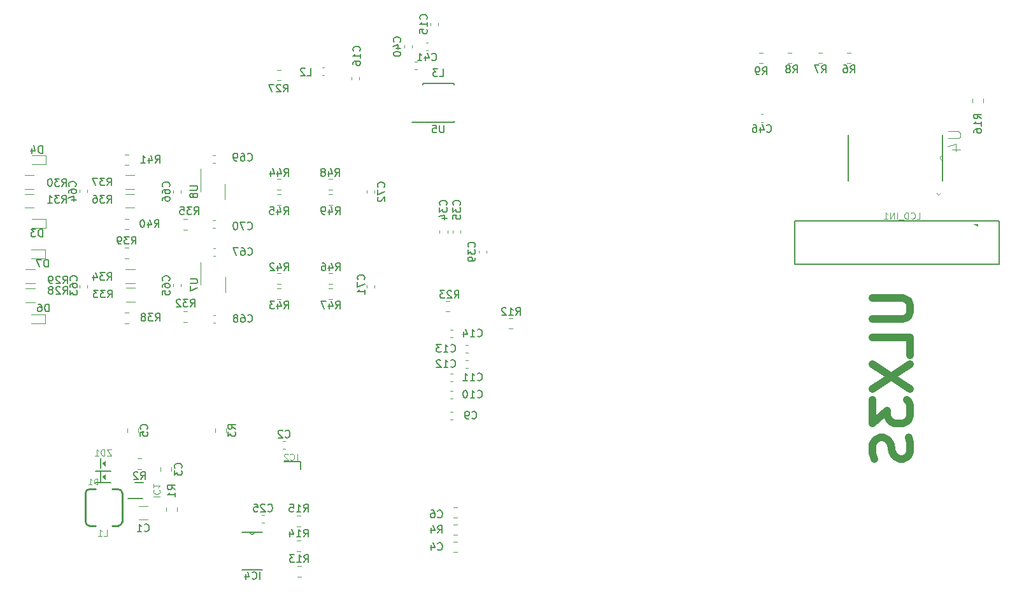
<source format=gbr>
G04 #@! TF.GenerationSoftware,KiCad,Pcbnew,5.0.2+dfsg1-1*
G04 #@! TF.CreationDate,2020-02-15T12:20:28+01:00*
G04 #@! TF.ProjectId,LCD_PMOD,4c43445f-504d-44f4-942e-6b696361645f,rev?*
G04 #@! TF.SameCoordinates,Original*
G04 #@! TF.FileFunction,Legend,Bot*
G04 #@! TF.FilePolarity,Positive*
%FSLAX46Y46*%
G04 Gerber Fmt 4.6, Leading zero omitted, Abs format (unit mm)*
G04 Created by KiCad (PCBNEW 5.0.2+dfsg1-1) date subota, 15. veljače 2020. 12:20:28 CET*
%MOMM*%
%LPD*%
G01*
G04 APERTURE LIST*
%ADD10C,1.000000*%
%ADD11C,0.120000*%
%ADD12C,0.150000*%
%ADD13C,0.100000*%
%ADD14C,0.250000*%
%ADD15C,0.152400*%
%ADD16C,0.077216*%
%ADD17C,0.085000*%
%ADD18C,0.015000*%
G04 APERTURE END LIST*
D10*
X201761904Y-79904761D02*
X205809523Y-79904761D01*
X206285714Y-80142857D01*
X206523809Y-80380952D01*
X206761904Y-80857142D01*
X206761904Y-81809523D01*
X206523809Y-82285714D01*
X206285714Y-82523809D01*
X205809523Y-82761904D01*
X201761904Y-82761904D01*
X206761904Y-87523809D02*
X206761904Y-85142857D01*
X201761904Y-85142857D01*
X201761904Y-88714285D02*
X206761904Y-92047619D01*
X201761904Y-92047619D02*
X206761904Y-88714285D01*
X201761904Y-93476190D02*
X201761904Y-96571428D01*
X203666666Y-94904761D01*
X203666666Y-95619047D01*
X203904761Y-96095238D01*
X204142857Y-96333333D01*
X204619047Y-96571428D01*
X205809523Y-96571428D01*
X206285714Y-96333333D01*
X206523809Y-96095238D01*
X206761904Y-95619047D01*
X206761904Y-94190476D01*
X206523809Y-93714285D01*
X206285714Y-93476190D01*
X206523809Y-98476190D02*
X206761904Y-99190476D01*
X206761904Y-100380952D01*
X206523809Y-100857142D01*
X206285714Y-101095238D01*
X205809523Y-101333333D01*
X205333333Y-101333333D01*
X204857142Y-101095238D01*
X204619047Y-100857142D01*
X204380952Y-100380952D01*
X204142857Y-99428571D01*
X203904761Y-98952380D01*
X203666666Y-98714285D01*
X203190476Y-98476190D01*
X202714285Y-98476190D01*
X202238095Y-98714285D01*
X202000000Y-98952380D01*
X201761904Y-99428571D01*
X201761904Y-100619047D01*
X202000000Y-101333333D01*
D11*
G04 #@! TO.C,R47*
X129968983Y-78682085D02*
X129451827Y-78682085D01*
X129968983Y-80102085D02*
X129451827Y-80102085D01*
G04 #@! TO.C,U8*
X115656000Y-66774000D02*
X115656000Y-64774000D01*
X112416000Y-65774000D02*
X112416000Y-62774000D01*
D12*
G04 #@! TO.C,D1*
X100433729Y-102983200D02*
X98433729Y-102983200D01*
X98433729Y-104483200D02*
X100433729Y-104483200D01*
D13*
G36*
X99243229Y-103733200D02*
X99814729Y-104114200D01*
X99814729Y-103352200D01*
X99243229Y-103733200D01*
G37*
G36*
X98987729Y-103033200D02*
X99187729Y-103033200D01*
X99187729Y-104433200D01*
X98987729Y-104433200D01*
X98987729Y-103033200D01*
G37*
D12*
G04 #@! TO.C,IC1*
X103700929Y-104495200D02*
X104818529Y-104495200D01*
X102786529Y-106603400D02*
X104716929Y-106603400D01*
D14*
G04 #@! TO.C,L1*
X97107729Y-109721200D02*
G75*
G03X97607729Y-110221200I500000J0D01*
G01*
X98445729Y-110221200D02*
X97607729Y-110221200D01*
X97107729Y-105861200D02*
X97107729Y-109721200D01*
X97107729Y-105861200D02*
G75*
G02X97607729Y-105361200I500000J0D01*
G01*
X98445729Y-105361200D02*
X97607729Y-105361200D01*
X101967729Y-105861200D02*
G75*
G03X101467729Y-105361200I-500000J0D01*
G01*
X100629729Y-105361200D02*
X101467729Y-105361200D01*
X101967729Y-109721200D02*
X101967729Y-105861200D01*
X101967729Y-109721200D02*
G75*
G02X101467729Y-110221200I-500000J0D01*
G01*
X100629729Y-110221200D02*
X101467729Y-110221200D01*
D13*
G04 #@! TO.C,ZD1*
G36*
X99243229Y-101955200D02*
X99814729Y-102336200D01*
X99814729Y-101574200D01*
X99243229Y-101955200D01*
G37*
G36*
X98987729Y-101255200D02*
X99187729Y-101255200D01*
X99187729Y-102655200D01*
X98987729Y-102655200D01*
X98987729Y-101255200D01*
G37*
G04 #@! TO.C,LCD_IN1*
G36*
X215138000Y-70104000D02*
X215773000Y-70104000D01*
X215773000Y-70485000D01*
X215138000Y-70104000D01*
G37*
D12*
X218578000Y-69690000D02*
X191378000Y-69690000D01*
X218578000Y-75440000D02*
X218578000Y-69690000D01*
X218578000Y-75440000D02*
X191378000Y-75440000D01*
X191378000Y-75440000D02*
X191378000Y-69690000D01*
D15*
G04 #@! TO.C,U4*
X198537915Y-64361365D02*
X198537915Y-58265365D01*
X211034715Y-58265365D02*
X211034715Y-61008565D01*
X211034715Y-61008565D02*
X211034715Y-61618165D01*
X211034715Y-61618165D02*
X211034715Y-64361365D01*
D13*
X210323515Y-66037765D02*
G75*
G03X210729915Y-66037765I203200J-24950D01*
G01*
X211034715Y-61008565D02*
G75*
G03X211034715Y-61618165I0J-304800D01*
G01*
D11*
G04 #@! TO.C,C1*
X105365527Y-107607301D02*
X104161399Y-107607301D01*
X105365527Y-109427301D02*
X104161399Y-109427301D01*
G04 #@! TO.C,C2*
X123662779Y-100010000D02*
X123337221Y-100010000D01*
X123662779Y-98990000D02*
X123337221Y-98990000D01*
G04 #@! TO.C,C3*
X108525729Y-102975778D02*
X108525729Y-102458622D01*
X107105729Y-102975778D02*
X107105729Y-102458622D01*
G04 #@! TO.C,C4*
X146562578Y-112320000D02*
X146045422Y-112320000D01*
X146562578Y-113740000D02*
X146045422Y-113740000D01*
G04 #@! TO.C,C5*
X104088000Y-97277422D02*
X104088000Y-97794578D01*
X102668000Y-97277422D02*
X102668000Y-97794578D01*
G04 #@! TO.C,C6*
X146562578Y-109168000D02*
X146045422Y-109168000D01*
X146562578Y-107748000D02*
X146045422Y-107748000D01*
G04 #@! TO.C,C9*
X145611221Y-95048000D02*
X145936779Y-95048000D01*
X145611221Y-96068000D02*
X145936779Y-96068000D01*
G04 #@! TO.C,C10*
X145611221Y-93274000D02*
X145936779Y-93274000D01*
X145611221Y-92254000D02*
X145936779Y-92254000D01*
G04 #@! TO.C,C11*
X145611221Y-90988000D02*
X145936779Y-90988000D01*
X145611221Y-89968000D02*
X145936779Y-89968000D01*
G04 #@! TO.C,C12*
X147968779Y-89210000D02*
X147643221Y-89210000D01*
X147968779Y-88190000D02*
X147643221Y-88190000D01*
G04 #@! TO.C,C13*
X147968779Y-86158000D02*
X147643221Y-86158000D01*
X147968779Y-87178000D02*
X147643221Y-87178000D01*
G04 #@! TO.C,C14*
X145611221Y-84126000D02*
X145936779Y-84126000D01*
X145611221Y-85146000D02*
X145936779Y-85146000D01*
G04 #@! TO.C,C25*
X120857410Y-108812210D02*
X120531852Y-108812210D01*
X120857410Y-109832210D02*
X120531852Y-109832210D01*
G04 #@! TO.C,C34*
X144190000Y-70937221D02*
X144190000Y-71262779D01*
X145210000Y-70937221D02*
X145210000Y-71262779D01*
G04 #@! TO.C,C35*
X145890000Y-70937221D02*
X145890000Y-71262779D01*
X146910000Y-70937221D02*
X146910000Y-71262779D01*
G04 #@! TO.C,C39*
X150410000Y-73624721D02*
X150410000Y-73950279D01*
X149390000Y-73624721D02*
X149390000Y-73950279D01*
G04 #@! TO.C,C63*
X96342405Y-78207306D02*
X96342405Y-78532864D01*
X97362405Y-78207306D02*
X97362405Y-78532864D01*
G04 #@! TO.C,C64*
X97346000Y-65561221D02*
X97346000Y-65886779D01*
X96326000Y-65561221D02*
X96326000Y-65886779D01*
G04 #@! TO.C,C65*
X109782405Y-78067306D02*
X109782405Y-78392864D01*
X108762405Y-78067306D02*
X108762405Y-78392864D01*
G04 #@! TO.C,C66*
X109796000Y-65611221D02*
X109796000Y-65936779D01*
X108776000Y-65611221D02*
X108776000Y-65936779D01*
G04 #@! TO.C,C67*
X114053626Y-73294085D02*
X114379184Y-73294085D01*
X114053626Y-74314085D02*
X114379184Y-74314085D01*
G04 #@! TO.C,C68*
X114053626Y-83204085D02*
X114379184Y-83204085D01*
X114053626Y-82184085D02*
X114379184Y-82184085D01*
G04 #@! TO.C,C69*
X114037221Y-62014000D02*
X114362779Y-62014000D01*
X114037221Y-60994000D02*
X114362779Y-60994000D01*
G04 #@! TO.C,C70*
X114037221Y-70650000D02*
X114362779Y-70650000D01*
X114037221Y-69630000D02*
X114362779Y-69630000D01*
G04 #@! TO.C,C71*
X135554405Y-78538864D02*
X135554405Y-78213306D01*
X134534405Y-78538864D02*
X134534405Y-78213306D01*
G04 #@! TO.C,C72*
X134518000Y-65984779D02*
X134518000Y-65659221D01*
X135538000Y-65984779D02*
X135538000Y-65659221D01*
G04 #@! TO.C,R6*
X198886578Y-47296000D02*
X198369422Y-47296000D01*
X198886578Y-48716000D02*
X198369422Y-48716000D01*
G04 #@! TO.C,R7*
X195076578Y-47296000D02*
X194559422Y-47296000D01*
X195076578Y-48716000D02*
X194559422Y-48716000D01*
G04 #@! TO.C,R8*
X191012578Y-47296000D02*
X190495422Y-47296000D01*
X191012578Y-48716000D02*
X190495422Y-48716000D01*
G04 #@! TO.C,R9*
X187202578Y-48716000D02*
X186685422Y-48716000D01*
X187202578Y-47296000D02*
X186685422Y-47296000D01*
G04 #@! TO.C,R12*
X153411422Y-82602000D02*
X153928578Y-82602000D01*
X153411422Y-84022000D02*
X153928578Y-84022000D01*
G04 #@! TO.C,R16*
X215045413Y-53424212D02*
X215045413Y-53941368D01*
X216465413Y-53424212D02*
X216465413Y-53941368D01*
G04 #@! TO.C,R23*
X145546578Y-81736000D02*
X145029422Y-81736000D01*
X145546578Y-80316000D02*
X145029422Y-80316000D01*
G04 #@! TO.C,R27*
X123058578Y-51010000D02*
X122541422Y-51010000D01*
X123058578Y-49590000D02*
X122541422Y-49590000D01*
G04 #@! TO.C,R32*
X110147827Y-81730085D02*
X110664983Y-81730085D01*
X110147827Y-83150085D02*
X110664983Y-83150085D01*
G04 #@! TO.C,R35*
X110131422Y-69430000D02*
X110648578Y-69430000D01*
X110131422Y-70850000D02*
X110648578Y-70850000D01*
G04 #@! TO.C,R38*
X102860983Y-83280085D02*
X102343827Y-83280085D01*
X102860983Y-81860085D02*
X102343827Y-81860085D01*
G04 #@! TO.C,R39*
X102835983Y-74680085D02*
X102318827Y-74680085D01*
X102835983Y-73260085D02*
X102318827Y-73260085D01*
G04 #@! TO.C,R40*
X102819578Y-69389000D02*
X102302422Y-69389000D01*
X102819578Y-70809000D02*
X102302422Y-70809000D01*
G04 #@! TO.C,R41*
X102869578Y-62259000D02*
X102352422Y-62259000D01*
X102869578Y-60839000D02*
X102352422Y-60839000D01*
G04 #@! TO.C,R42*
X123110983Y-76650085D02*
X122593827Y-76650085D01*
X123110983Y-78070085D02*
X122593827Y-78070085D01*
G04 #@! TO.C,R43*
X123110983Y-78682085D02*
X122593827Y-78682085D01*
X123110983Y-80102085D02*
X122593827Y-80102085D01*
G04 #@! TO.C,R44*
X123094578Y-64096000D02*
X122577422Y-64096000D01*
X123094578Y-65516000D02*
X122577422Y-65516000D01*
G04 #@! TO.C,R45*
X123094578Y-67548000D02*
X122577422Y-67548000D01*
X123094578Y-66128000D02*
X122577422Y-66128000D01*
G04 #@! TO.C,R46*
X129968983Y-76650085D02*
X129451827Y-76650085D01*
X129968983Y-78070085D02*
X129451827Y-78070085D01*
G04 #@! TO.C,R48*
X129952578Y-65516000D02*
X129435422Y-65516000D01*
X129952578Y-64096000D02*
X129435422Y-64096000D01*
G04 #@! TO.C,R49*
X129952578Y-66128000D02*
X129435422Y-66128000D01*
X129952578Y-67548000D02*
X129435422Y-67548000D01*
G04 #@! TO.C,U7*
X112432405Y-78160085D02*
X112432405Y-75160085D01*
X115672405Y-79160085D02*
X115672405Y-77160085D01*
G04 #@! TO.C,D3*
X89936000Y-70624000D02*
X91786000Y-70624000D01*
X89936000Y-69424000D02*
X91786000Y-69424000D01*
X91786000Y-69424000D02*
X91786000Y-70624000D01*
G04 #@! TO.C,D4*
X91786000Y-60924000D02*
X91786000Y-62124000D01*
X89936000Y-60924000D02*
X91786000Y-60924000D01*
X89936000Y-62124000D02*
X91786000Y-62124000D01*
G04 #@! TO.C,R30*
X90238064Y-67934000D02*
X89033936Y-67934000D01*
X90238064Y-66114000D02*
X89033936Y-66114000D01*
G04 #@! TO.C,R31*
X90238064Y-63614000D02*
X89033936Y-63614000D01*
X90238064Y-65434000D02*
X89033936Y-65434000D01*
G04 #@! TO.C,D6*
X91744405Y-82094085D02*
X91744405Y-83294085D01*
X89894405Y-82094085D02*
X91744405Y-82094085D01*
X89894405Y-83294085D02*
X91744405Y-83294085D01*
G04 #@! TO.C,D7*
X89894405Y-74658085D02*
X91744405Y-74658085D01*
X89894405Y-73458085D02*
X91744405Y-73458085D01*
X91744405Y-73458085D02*
X91744405Y-74658085D01*
D15*
G04 #@! TO.C,IC4*
X120634231Y-116047410D02*
X117891031Y-116047410D01*
X117891031Y-111069010D02*
X118957831Y-111069010D01*
X118957831Y-111069010D02*
X119567431Y-111069010D01*
X119567431Y-111069010D02*
X120634231Y-111069010D01*
X118957831Y-111069010D02*
G75*
G03X119567431Y-111069010I304800J0D01*
G01*
D11*
G04 #@! TO.C,R13*
X125771209Y-115573210D02*
X125254053Y-115573210D01*
X125771209Y-116993210D02*
X125254053Y-116993210D01*
G04 #@! TO.C,R14*
X125721209Y-113618210D02*
X125204053Y-113618210D01*
X125721209Y-112198210D02*
X125204053Y-112198210D01*
G04 #@! TO.C,R15*
X125721209Y-110286210D02*
X125204053Y-110286210D01*
X125721209Y-108866210D02*
X125204053Y-108866210D01*
G04 #@! TO.C,R1*
X109287729Y-108309778D02*
X109287729Y-107792622D01*
X107867729Y-108309778D02*
X107867729Y-107792622D01*
G04 #@! TO.C,R2*
X104001151Y-102665200D02*
X104518307Y-102665200D01*
X104001151Y-101245200D02*
X104518307Y-101245200D01*
G04 #@! TO.C,R3*
X115772000Y-97277422D02*
X115772000Y-97794578D01*
X114352000Y-97277422D02*
X114352000Y-97794578D01*
G04 #@! TO.C,R4*
X146045422Y-110034000D02*
X146562578Y-110034000D01*
X146045422Y-111454000D02*
X146562578Y-111454000D01*
G04 #@! TO.C,R33*
X103664469Y-78610085D02*
X102460341Y-78610085D01*
X103664469Y-80430085D02*
X102460341Y-80430085D01*
G04 #@! TO.C,R34*
X103654469Y-77980085D02*
X102450341Y-77980085D01*
X103654469Y-76160085D02*
X102450341Y-76160085D01*
G04 #@! TO.C,R36*
X103638064Y-67934000D02*
X102433936Y-67934000D01*
X103638064Y-66114000D02*
X102433936Y-66114000D01*
G04 #@! TO.C,R37*
X103638064Y-63614000D02*
X102433936Y-63614000D01*
X103638064Y-65434000D02*
X102433936Y-65434000D01*
G04 #@! TO.C,R28*
X90354469Y-80480085D02*
X89150341Y-80480085D01*
X90354469Y-78660085D02*
X89150341Y-78660085D01*
G04 #@! TO.C,R29*
X90354469Y-76160085D02*
X89150341Y-76160085D01*
X90354469Y-77980085D02*
X89150341Y-77980085D01*
G04 #@! TO.C,C15*
X144010000Y-43337221D02*
X144010000Y-43662779D01*
X142990000Y-43337221D02*
X142990000Y-43662779D01*
G04 #@! TO.C,C16*
X132490000Y-50562221D02*
X132490000Y-50887779D01*
X133510000Y-50562221D02*
X133510000Y-50887779D01*
G04 #@! TO.C,C40*
X140510000Y-46337221D02*
X140510000Y-46662779D01*
X139490000Y-46337221D02*
X139490000Y-46662779D01*
G04 #@! TO.C,C41*
X142337221Y-47010000D02*
X142662779Y-47010000D01*
X142337221Y-45990000D02*
X142662779Y-45990000D01*
G04 #@! TO.C,L2*
X128862779Y-49290000D02*
X128537221Y-49290000D01*
X128862779Y-50310000D02*
X128537221Y-50310000D01*
G04 #@! TO.C,L3*
X141162779Y-49510000D02*
X140837221Y-49510000D01*
X141162779Y-48490000D02*
X140837221Y-48490000D01*
D12*
G04 #@! TO.C,U5*
X141925000Y-56525000D02*
X140525000Y-56525000D01*
X141925000Y-51425000D02*
X146075000Y-51425000D01*
X141925000Y-56575000D02*
X146075000Y-56575000D01*
X141925000Y-51425000D02*
X141925000Y-51570000D01*
X146075000Y-51425000D02*
X146075000Y-51570000D01*
X146075000Y-56575000D02*
X146075000Y-56430000D01*
X141925000Y-56575000D02*
X141925000Y-56525000D01*
D11*
G04 #@! TO.C,C46*
X186877221Y-56520000D02*
X187202779Y-56520000D01*
X186877221Y-55500000D02*
X187202779Y-55500000D01*
D12*
G04 #@! TO.C,IC2*
X125655700Y-101674500D02*
X125655700Y-102690500D01*
X123484000Y-101674500D02*
X125655700Y-101674500D01*
G04 #@! TO.C,R47*
X130353262Y-81368465D02*
X130686595Y-80892275D01*
X130924690Y-81368465D02*
X130924690Y-80368465D01*
X130543738Y-80368465D01*
X130448500Y-80416085D01*
X130400881Y-80463704D01*
X130353262Y-80558942D01*
X130353262Y-80701799D01*
X130400881Y-80797037D01*
X130448500Y-80844656D01*
X130543738Y-80892275D01*
X130924690Y-80892275D01*
X129496119Y-80701799D02*
X129496119Y-81368465D01*
X129734214Y-80320846D02*
X129972309Y-81035132D01*
X129353262Y-81035132D01*
X129067547Y-80368465D02*
X128400881Y-80368465D01*
X128829452Y-81368465D01*
G04 #@! TO.C,U8*
X110988380Y-65012095D02*
X111797904Y-65012095D01*
X111893142Y-65059714D01*
X111940761Y-65107333D01*
X111988380Y-65202571D01*
X111988380Y-65393047D01*
X111940761Y-65488285D01*
X111893142Y-65535904D01*
X111797904Y-65583523D01*
X110988380Y-65583523D01*
X111416952Y-66202571D02*
X111369333Y-66107333D01*
X111321714Y-66059714D01*
X111226476Y-66012095D01*
X111178857Y-66012095D01*
X111083619Y-66059714D01*
X111036000Y-66107333D01*
X110988380Y-66202571D01*
X110988380Y-66393047D01*
X111036000Y-66488285D01*
X111083619Y-66535904D01*
X111178857Y-66583523D01*
X111226476Y-66583523D01*
X111321714Y-66535904D01*
X111369333Y-66488285D01*
X111416952Y-66393047D01*
X111416952Y-66202571D01*
X111464571Y-66107333D01*
X111512190Y-66059714D01*
X111607428Y-66012095D01*
X111797904Y-66012095D01*
X111893142Y-66059714D01*
X111940761Y-66107333D01*
X111988380Y-66202571D01*
X111988380Y-66393047D01*
X111940761Y-66488285D01*
X111893142Y-66535904D01*
X111797904Y-66583523D01*
X111607428Y-66583523D01*
X111512190Y-66535904D01*
X111464571Y-66488285D01*
X111416952Y-66393047D01*
G04 #@! TO.C,D1*
D16*
X98691690Y-104712430D02*
X98691690Y-103940270D01*
X98507843Y-103940270D01*
X98397534Y-103977040D01*
X98323995Y-104050579D01*
X98287226Y-104124118D01*
X98250456Y-104271196D01*
X98250456Y-104381504D01*
X98287226Y-104528582D01*
X98323995Y-104602121D01*
X98397534Y-104675660D01*
X98507843Y-104712430D01*
X98691690Y-104712430D01*
X97515066Y-104712430D02*
X97956300Y-104712430D01*
X97735683Y-104712430D02*
X97735683Y-103940270D01*
X97809222Y-104050579D01*
X97882761Y-104124118D01*
X97956300Y-104160887D01*
G04 #@! TO.C,IC1*
D17*
X106135705Y-106364869D02*
X106985705Y-106364869D01*
X106216657Y-105474392D02*
X106176181Y-105514869D01*
X106135705Y-105636297D01*
X106135705Y-105717250D01*
X106176181Y-105838678D01*
X106257133Y-105919630D01*
X106338086Y-105960107D01*
X106499990Y-106000583D01*
X106621419Y-106000583D01*
X106783324Y-105960107D01*
X106864276Y-105919630D01*
X106945229Y-105838678D01*
X106985705Y-105717250D01*
X106985705Y-105636297D01*
X106945229Y-105514869D01*
X106904752Y-105474392D01*
X106135705Y-104664869D02*
X106135705Y-105150583D01*
X106135705Y-104907726D02*
X106985705Y-104907726D01*
X106864276Y-104988678D01*
X106783324Y-105069630D01*
X106742848Y-105150583D01*
G04 #@! TO.C,L1*
X99533336Y-111566723D02*
X99938098Y-111566723D01*
X99938098Y-110716723D01*
X98804764Y-111566723D02*
X99290479Y-111566723D01*
X99047621Y-111566723D02*
X99047621Y-110716723D01*
X99128574Y-110838152D01*
X99209526Y-110919104D01*
X99290479Y-110959580D01*
G04 #@! TO.C,ZD1*
X100527050Y-100048723D02*
X99960383Y-100048723D01*
X100527050Y-100898723D01*
X99960383Y-100898723D01*
X99636574Y-100898723D02*
X99636574Y-100048723D01*
X99434193Y-100048723D01*
X99312764Y-100089200D01*
X99231812Y-100170152D01*
X99191336Y-100251104D01*
X99150859Y-100413009D01*
X99150859Y-100534438D01*
X99191336Y-100696342D01*
X99231812Y-100777295D01*
X99312764Y-100858247D01*
X99434193Y-100898723D01*
X99636574Y-100898723D01*
X98341336Y-100898723D02*
X98827050Y-100898723D01*
X98584193Y-100898723D02*
X98584193Y-100048723D01*
X98665145Y-100170152D01*
X98746098Y-100251104D01*
X98827050Y-100291580D01*
G04 #@! TO.C,LCD_IN1*
X207617607Y-69428523D02*
X208022369Y-69428523D01*
X208022369Y-68578523D01*
X206848559Y-69347571D02*
X206889035Y-69388047D01*
X207010464Y-69428523D01*
X207091416Y-69428523D01*
X207212845Y-69388047D01*
X207293797Y-69307095D01*
X207334273Y-69226142D01*
X207374750Y-69064238D01*
X207374750Y-68942809D01*
X207334273Y-68780904D01*
X207293797Y-68699952D01*
X207212845Y-68619000D01*
X207091416Y-68578523D01*
X207010464Y-68578523D01*
X206889035Y-68619000D01*
X206848559Y-68659476D01*
X206484273Y-69428523D02*
X206484273Y-68578523D01*
X206281892Y-68578523D01*
X206160464Y-68619000D01*
X206079511Y-68699952D01*
X206039035Y-68780904D01*
X205998559Y-68942809D01*
X205998559Y-69064238D01*
X206039035Y-69226142D01*
X206079511Y-69307095D01*
X206160464Y-69388047D01*
X206281892Y-69428523D01*
X206484273Y-69428523D01*
X205836654Y-69509476D02*
X205189035Y-69509476D01*
X204986654Y-69428523D02*
X204986654Y-68578523D01*
X204581892Y-69428523D02*
X204581892Y-68578523D01*
X204096178Y-69428523D01*
X204096178Y-68578523D01*
X203246178Y-69428523D02*
X203731892Y-69428523D01*
X203489035Y-69428523D02*
X203489035Y-68578523D01*
X203569988Y-68699952D01*
X203650940Y-68780904D01*
X203731892Y-68821380D01*
G04 #@! TO.C,U4*
D18*
X211761124Y-57776317D02*
X213090362Y-57776317D01*
X213246743Y-57854507D01*
X213324934Y-57932698D01*
X213403124Y-58089079D01*
X213403124Y-58401841D01*
X213324934Y-58558222D01*
X213246743Y-58636412D01*
X213090362Y-58714603D01*
X211761124Y-58714603D01*
X212308457Y-60200222D02*
X213403124Y-60200222D01*
X211682934Y-59809269D02*
X212855791Y-59418317D01*
X212855791Y-60434793D01*
G04 #@! TO.C,C1*
D12*
X104930129Y-110906443D02*
X104977748Y-110954062D01*
X105120605Y-111001681D01*
X105215843Y-111001681D01*
X105358701Y-110954062D01*
X105453939Y-110858824D01*
X105501558Y-110763586D01*
X105549177Y-110573110D01*
X105549177Y-110430253D01*
X105501558Y-110239777D01*
X105453939Y-110144539D01*
X105358701Y-110049301D01*
X105215843Y-110001681D01*
X105120605Y-110001681D01*
X104977748Y-110049301D01*
X104930129Y-110096920D01*
X103977748Y-111001681D02*
X104549177Y-111001681D01*
X104263463Y-111001681D02*
X104263463Y-110001681D01*
X104358701Y-110144539D01*
X104453939Y-110239777D01*
X104549177Y-110287396D01*
G04 #@! TO.C,C2*
X123666666Y-98427142D02*
X123714285Y-98474761D01*
X123857142Y-98522380D01*
X123952380Y-98522380D01*
X124095238Y-98474761D01*
X124190476Y-98379523D01*
X124238095Y-98284285D01*
X124285714Y-98093809D01*
X124285714Y-97950952D01*
X124238095Y-97760476D01*
X124190476Y-97665238D01*
X124095238Y-97570000D01*
X123952380Y-97522380D01*
X123857142Y-97522380D01*
X123714285Y-97570000D01*
X123666666Y-97617619D01*
X123285714Y-97617619D02*
X123238095Y-97570000D01*
X123142857Y-97522380D01*
X122904761Y-97522380D01*
X122809523Y-97570000D01*
X122761904Y-97617619D01*
X122714285Y-97712857D01*
X122714285Y-97808095D01*
X122761904Y-97950952D01*
X123333333Y-98522380D01*
X122714285Y-98522380D01*
G04 #@! TO.C,C3*
X109822871Y-102550533D02*
X109870490Y-102502914D01*
X109918109Y-102360057D01*
X109918109Y-102264819D01*
X109870490Y-102121961D01*
X109775252Y-102026723D01*
X109680014Y-101979104D01*
X109489538Y-101931485D01*
X109346681Y-101931485D01*
X109156205Y-101979104D01*
X109060967Y-102026723D01*
X108965729Y-102121961D01*
X108918109Y-102264819D01*
X108918109Y-102360057D01*
X108965729Y-102502914D01*
X109013348Y-102550533D01*
X108918109Y-102883866D02*
X108918109Y-103502914D01*
X109299062Y-103169580D01*
X109299062Y-103312438D01*
X109346681Y-103407676D01*
X109394300Y-103455295D01*
X109489538Y-103502914D01*
X109727633Y-103502914D01*
X109822871Y-103455295D01*
X109870490Y-103407676D01*
X109918109Y-103312438D01*
X109918109Y-103026723D01*
X109870490Y-102931485D01*
X109822871Y-102883866D01*
G04 #@! TO.C,C4*
X143930666Y-113387142D02*
X143978285Y-113434761D01*
X144121142Y-113482380D01*
X144216380Y-113482380D01*
X144359238Y-113434761D01*
X144454476Y-113339523D01*
X144502095Y-113244285D01*
X144549714Y-113053809D01*
X144549714Y-112910952D01*
X144502095Y-112720476D01*
X144454476Y-112625238D01*
X144359238Y-112530000D01*
X144216380Y-112482380D01*
X144121142Y-112482380D01*
X143978285Y-112530000D01*
X143930666Y-112577619D01*
X143073523Y-112815714D02*
X143073523Y-113482380D01*
X143311619Y-112434761D02*
X143549714Y-113149047D01*
X142930666Y-113149047D01*
G04 #@! TO.C,C5*
X105259142Y-97369333D02*
X105306761Y-97321714D01*
X105354380Y-97178857D01*
X105354380Y-97083619D01*
X105306761Y-96940761D01*
X105211523Y-96845523D01*
X105116285Y-96797904D01*
X104925809Y-96750285D01*
X104782952Y-96750285D01*
X104592476Y-96797904D01*
X104497238Y-96845523D01*
X104402000Y-96940761D01*
X104354380Y-97083619D01*
X104354380Y-97178857D01*
X104402000Y-97321714D01*
X104449619Y-97369333D01*
X104354380Y-98274095D02*
X104354380Y-97797904D01*
X104830571Y-97750285D01*
X104782952Y-97797904D01*
X104735333Y-97893142D01*
X104735333Y-98131238D01*
X104782952Y-98226476D01*
X104830571Y-98274095D01*
X104925809Y-98321714D01*
X105163904Y-98321714D01*
X105259142Y-98274095D01*
X105306761Y-98226476D01*
X105354380Y-98131238D01*
X105354380Y-97893142D01*
X105306761Y-97797904D01*
X105259142Y-97750285D01*
G04 #@! TO.C,C6*
X143930666Y-109069142D02*
X143978285Y-109116761D01*
X144121142Y-109164380D01*
X144216380Y-109164380D01*
X144359238Y-109116761D01*
X144454476Y-109021523D01*
X144502095Y-108926285D01*
X144549714Y-108735809D01*
X144549714Y-108592952D01*
X144502095Y-108402476D01*
X144454476Y-108307238D01*
X144359238Y-108212000D01*
X144216380Y-108164380D01*
X144121142Y-108164380D01*
X143978285Y-108212000D01*
X143930666Y-108259619D01*
X143073523Y-108164380D02*
X143264000Y-108164380D01*
X143359238Y-108212000D01*
X143406857Y-108259619D01*
X143502095Y-108402476D01*
X143549714Y-108592952D01*
X143549714Y-108973904D01*
X143502095Y-109069142D01*
X143454476Y-109116761D01*
X143359238Y-109164380D01*
X143168761Y-109164380D01*
X143073523Y-109116761D01*
X143025904Y-109069142D01*
X142978285Y-108973904D01*
X142978285Y-108735809D01*
X143025904Y-108640571D01*
X143073523Y-108592952D01*
X143168761Y-108545333D01*
X143359238Y-108545333D01*
X143454476Y-108592952D01*
X143502095Y-108640571D01*
X143549714Y-108735809D01*
G04 #@! TO.C,C9*
X148480666Y-95915142D02*
X148528285Y-95962761D01*
X148671142Y-96010380D01*
X148766380Y-96010380D01*
X148909238Y-95962761D01*
X149004476Y-95867523D01*
X149052095Y-95772285D01*
X149099714Y-95581809D01*
X149099714Y-95438952D01*
X149052095Y-95248476D01*
X149004476Y-95153238D01*
X148909238Y-95058000D01*
X148766380Y-95010380D01*
X148671142Y-95010380D01*
X148528285Y-95058000D01*
X148480666Y-95105619D01*
X148004476Y-96010380D02*
X147814000Y-96010380D01*
X147718761Y-95962761D01*
X147671142Y-95915142D01*
X147575904Y-95772285D01*
X147528285Y-95581809D01*
X147528285Y-95200857D01*
X147575904Y-95105619D01*
X147623523Y-95058000D01*
X147718761Y-95010380D01*
X147909238Y-95010380D01*
X148004476Y-95058000D01*
X148052095Y-95105619D01*
X148099714Y-95200857D01*
X148099714Y-95438952D01*
X148052095Y-95534190D01*
X148004476Y-95581809D01*
X147909238Y-95629428D01*
X147718761Y-95629428D01*
X147623523Y-95581809D01*
X147575904Y-95534190D01*
X147528285Y-95438952D01*
G04 #@! TO.C,C10*
X149210857Y-93121142D02*
X149258476Y-93168761D01*
X149401333Y-93216380D01*
X149496571Y-93216380D01*
X149639428Y-93168761D01*
X149734666Y-93073523D01*
X149782285Y-92978285D01*
X149829904Y-92787809D01*
X149829904Y-92644952D01*
X149782285Y-92454476D01*
X149734666Y-92359238D01*
X149639428Y-92264000D01*
X149496571Y-92216380D01*
X149401333Y-92216380D01*
X149258476Y-92264000D01*
X149210857Y-92311619D01*
X148258476Y-93216380D02*
X148829904Y-93216380D01*
X148544190Y-93216380D02*
X148544190Y-92216380D01*
X148639428Y-92359238D01*
X148734666Y-92454476D01*
X148829904Y-92502095D01*
X147639428Y-92216380D02*
X147544190Y-92216380D01*
X147448952Y-92264000D01*
X147401333Y-92311619D01*
X147353714Y-92406857D01*
X147306095Y-92597333D01*
X147306095Y-92835428D01*
X147353714Y-93025904D01*
X147401333Y-93121142D01*
X147448952Y-93168761D01*
X147544190Y-93216380D01*
X147639428Y-93216380D01*
X147734666Y-93168761D01*
X147782285Y-93121142D01*
X147829904Y-93025904D01*
X147877523Y-92835428D01*
X147877523Y-92597333D01*
X147829904Y-92406857D01*
X147782285Y-92311619D01*
X147734666Y-92264000D01*
X147639428Y-92216380D01*
G04 #@! TO.C,C11*
X149210857Y-90835142D02*
X149258476Y-90882761D01*
X149401333Y-90930380D01*
X149496571Y-90930380D01*
X149639428Y-90882761D01*
X149734666Y-90787523D01*
X149782285Y-90692285D01*
X149829904Y-90501809D01*
X149829904Y-90358952D01*
X149782285Y-90168476D01*
X149734666Y-90073238D01*
X149639428Y-89978000D01*
X149496571Y-89930380D01*
X149401333Y-89930380D01*
X149258476Y-89978000D01*
X149210857Y-90025619D01*
X148258476Y-90930380D02*
X148829904Y-90930380D01*
X148544190Y-90930380D02*
X148544190Y-89930380D01*
X148639428Y-90073238D01*
X148734666Y-90168476D01*
X148829904Y-90216095D01*
X147306095Y-90930380D02*
X147877523Y-90930380D01*
X147591809Y-90930380D02*
X147591809Y-89930380D01*
X147687047Y-90073238D01*
X147782285Y-90168476D01*
X147877523Y-90216095D01*
G04 #@! TO.C,C12*
X145654857Y-89057142D02*
X145702476Y-89104761D01*
X145845333Y-89152380D01*
X145940571Y-89152380D01*
X146083428Y-89104761D01*
X146178666Y-89009523D01*
X146226285Y-88914285D01*
X146273904Y-88723809D01*
X146273904Y-88580952D01*
X146226285Y-88390476D01*
X146178666Y-88295238D01*
X146083428Y-88200000D01*
X145940571Y-88152380D01*
X145845333Y-88152380D01*
X145702476Y-88200000D01*
X145654857Y-88247619D01*
X144702476Y-89152380D02*
X145273904Y-89152380D01*
X144988190Y-89152380D02*
X144988190Y-88152380D01*
X145083428Y-88295238D01*
X145178666Y-88390476D01*
X145273904Y-88438095D01*
X144321523Y-88247619D02*
X144273904Y-88200000D01*
X144178666Y-88152380D01*
X143940571Y-88152380D01*
X143845333Y-88200000D01*
X143797714Y-88247619D01*
X143750095Y-88342857D01*
X143750095Y-88438095D01*
X143797714Y-88580952D01*
X144369142Y-89152380D01*
X143750095Y-89152380D01*
G04 #@! TO.C,C13*
X145654857Y-87025142D02*
X145702476Y-87072761D01*
X145845333Y-87120380D01*
X145940571Y-87120380D01*
X146083428Y-87072761D01*
X146178666Y-86977523D01*
X146226285Y-86882285D01*
X146273904Y-86691809D01*
X146273904Y-86548952D01*
X146226285Y-86358476D01*
X146178666Y-86263238D01*
X146083428Y-86168000D01*
X145940571Y-86120380D01*
X145845333Y-86120380D01*
X145702476Y-86168000D01*
X145654857Y-86215619D01*
X144702476Y-87120380D02*
X145273904Y-87120380D01*
X144988190Y-87120380D02*
X144988190Y-86120380D01*
X145083428Y-86263238D01*
X145178666Y-86358476D01*
X145273904Y-86406095D01*
X144369142Y-86120380D02*
X143750095Y-86120380D01*
X144083428Y-86501333D01*
X143940571Y-86501333D01*
X143845333Y-86548952D01*
X143797714Y-86596571D01*
X143750095Y-86691809D01*
X143750095Y-86929904D01*
X143797714Y-87025142D01*
X143845333Y-87072761D01*
X143940571Y-87120380D01*
X144226285Y-87120380D01*
X144321523Y-87072761D01*
X144369142Y-87025142D01*
G04 #@! TO.C,C14*
X149210857Y-84993142D02*
X149258476Y-85040761D01*
X149401333Y-85088380D01*
X149496571Y-85088380D01*
X149639428Y-85040761D01*
X149734666Y-84945523D01*
X149782285Y-84850285D01*
X149829904Y-84659809D01*
X149829904Y-84516952D01*
X149782285Y-84326476D01*
X149734666Y-84231238D01*
X149639428Y-84136000D01*
X149496571Y-84088380D01*
X149401333Y-84088380D01*
X149258476Y-84136000D01*
X149210857Y-84183619D01*
X148258476Y-85088380D02*
X148829904Y-85088380D01*
X148544190Y-85088380D02*
X148544190Y-84088380D01*
X148639428Y-84231238D01*
X148734666Y-84326476D01*
X148829904Y-84374095D01*
X147401333Y-84421714D02*
X147401333Y-85088380D01*
X147639428Y-84040761D02*
X147877523Y-84755047D01*
X147258476Y-84755047D01*
G04 #@! TO.C,C25*
X121337488Y-108249352D02*
X121385107Y-108296971D01*
X121527964Y-108344590D01*
X121623202Y-108344590D01*
X121766059Y-108296971D01*
X121861297Y-108201733D01*
X121908916Y-108106495D01*
X121956535Y-107916019D01*
X121956535Y-107773162D01*
X121908916Y-107582686D01*
X121861297Y-107487448D01*
X121766059Y-107392210D01*
X121623202Y-107344590D01*
X121527964Y-107344590D01*
X121385107Y-107392210D01*
X121337488Y-107439829D01*
X120956535Y-107439829D02*
X120908916Y-107392210D01*
X120813678Y-107344590D01*
X120575583Y-107344590D01*
X120480345Y-107392210D01*
X120432726Y-107439829D01*
X120385107Y-107535067D01*
X120385107Y-107630305D01*
X120432726Y-107773162D01*
X121004154Y-108344590D01*
X120385107Y-108344590D01*
X119480345Y-107344590D02*
X119956535Y-107344590D01*
X120004154Y-107820781D01*
X119956535Y-107773162D01*
X119861297Y-107725543D01*
X119623202Y-107725543D01*
X119527964Y-107773162D01*
X119480345Y-107820781D01*
X119432726Y-107916019D01*
X119432726Y-108154114D01*
X119480345Y-108249352D01*
X119527964Y-108296971D01*
X119623202Y-108344590D01*
X119861297Y-108344590D01*
X119956535Y-108296971D01*
X120004154Y-108249352D01*
G04 #@! TO.C,C34*
X145057142Y-67557142D02*
X145104761Y-67509523D01*
X145152380Y-67366666D01*
X145152380Y-67271428D01*
X145104761Y-67128571D01*
X145009523Y-67033333D01*
X144914285Y-66985714D01*
X144723809Y-66938095D01*
X144580952Y-66938095D01*
X144390476Y-66985714D01*
X144295238Y-67033333D01*
X144200000Y-67128571D01*
X144152380Y-67271428D01*
X144152380Y-67366666D01*
X144200000Y-67509523D01*
X144247619Y-67557142D01*
X144152380Y-67890476D02*
X144152380Y-68509523D01*
X144533333Y-68176190D01*
X144533333Y-68319047D01*
X144580952Y-68414285D01*
X144628571Y-68461904D01*
X144723809Y-68509523D01*
X144961904Y-68509523D01*
X145057142Y-68461904D01*
X145104761Y-68414285D01*
X145152380Y-68319047D01*
X145152380Y-68033333D01*
X145104761Y-67938095D01*
X145057142Y-67890476D01*
X144485714Y-69366666D02*
X145152380Y-69366666D01*
X144104761Y-69128571D02*
X144819047Y-68890476D01*
X144819047Y-69509523D01*
G04 #@! TO.C,C35*
X146857142Y-67557142D02*
X146904761Y-67509523D01*
X146952380Y-67366666D01*
X146952380Y-67271428D01*
X146904761Y-67128571D01*
X146809523Y-67033333D01*
X146714285Y-66985714D01*
X146523809Y-66938095D01*
X146380952Y-66938095D01*
X146190476Y-66985714D01*
X146095238Y-67033333D01*
X146000000Y-67128571D01*
X145952380Y-67271428D01*
X145952380Y-67366666D01*
X146000000Y-67509523D01*
X146047619Y-67557142D01*
X145952380Y-67890476D02*
X145952380Y-68509523D01*
X146333333Y-68176190D01*
X146333333Y-68319047D01*
X146380952Y-68414285D01*
X146428571Y-68461904D01*
X146523809Y-68509523D01*
X146761904Y-68509523D01*
X146857142Y-68461904D01*
X146904761Y-68414285D01*
X146952380Y-68319047D01*
X146952380Y-68033333D01*
X146904761Y-67938095D01*
X146857142Y-67890476D01*
X145952380Y-69414285D02*
X145952380Y-68938095D01*
X146428571Y-68890476D01*
X146380952Y-68938095D01*
X146333333Y-69033333D01*
X146333333Y-69271428D01*
X146380952Y-69366666D01*
X146428571Y-69414285D01*
X146523809Y-69461904D01*
X146761904Y-69461904D01*
X146857142Y-69414285D01*
X146904761Y-69366666D01*
X146952380Y-69271428D01*
X146952380Y-69033333D01*
X146904761Y-68938095D01*
X146857142Y-68890476D01*
G04 #@! TO.C,C39*
X148827142Y-73144642D02*
X148874761Y-73097023D01*
X148922380Y-72954166D01*
X148922380Y-72858928D01*
X148874761Y-72716071D01*
X148779523Y-72620833D01*
X148684285Y-72573214D01*
X148493809Y-72525595D01*
X148350952Y-72525595D01*
X148160476Y-72573214D01*
X148065238Y-72620833D01*
X147970000Y-72716071D01*
X147922380Y-72858928D01*
X147922380Y-72954166D01*
X147970000Y-73097023D01*
X148017619Y-73144642D01*
X147922380Y-73477976D02*
X147922380Y-74097023D01*
X148303333Y-73763690D01*
X148303333Y-73906547D01*
X148350952Y-74001785D01*
X148398571Y-74049404D01*
X148493809Y-74097023D01*
X148731904Y-74097023D01*
X148827142Y-74049404D01*
X148874761Y-74001785D01*
X148922380Y-73906547D01*
X148922380Y-73620833D01*
X148874761Y-73525595D01*
X148827142Y-73477976D01*
X148922380Y-74573214D02*
X148922380Y-74763690D01*
X148874761Y-74858928D01*
X148827142Y-74906547D01*
X148684285Y-75001785D01*
X148493809Y-75049404D01*
X148112857Y-75049404D01*
X148017619Y-75001785D01*
X147970000Y-74954166D01*
X147922380Y-74858928D01*
X147922380Y-74668452D01*
X147970000Y-74573214D01*
X148017619Y-74525595D01*
X148112857Y-74477976D01*
X148350952Y-74477976D01*
X148446190Y-74525595D01*
X148493809Y-74573214D01*
X148541428Y-74668452D01*
X148541428Y-74858928D01*
X148493809Y-74954166D01*
X148446190Y-75001785D01*
X148350952Y-75049404D01*
G04 #@! TO.C,C63*
X95909547Y-77627227D02*
X95957166Y-77579608D01*
X96004785Y-77436751D01*
X96004785Y-77341513D01*
X95957166Y-77198656D01*
X95861928Y-77103418D01*
X95766690Y-77055799D01*
X95576214Y-77008180D01*
X95433357Y-77008180D01*
X95242881Y-77055799D01*
X95147643Y-77103418D01*
X95052405Y-77198656D01*
X95004785Y-77341513D01*
X95004785Y-77436751D01*
X95052405Y-77579608D01*
X95100024Y-77627227D01*
X95004785Y-78484370D02*
X95004785Y-78293894D01*
X95052405Y-78198656D01*
X95100024Y-78151037D01*
X95242881Y-78055799D01*
X95433357Y-78008180D01*
X95814309Y-78008180D01*
X95909547Y-78055799D01*
X95957166Y-78103418D01*
X96004785Y-78198656D01*
X96004785Y-78389132D01*
X95957166Y-78484370D01*
X95909547Y-78531989D01*
X95814309Y-78579608D01*
X95576214Y-78579608D01*
X95480976Y-78531989D01*
X95433357Y-78484370D01*
X95385738Y-78389132D01*
X95385738Y-78198656D01*
X95433357Y-78103418D01*
X95480976Y-78055799D01*
X95576214Y-78008180D01*
X95004785Y-78912942D02*
X95004785Y-79531989D01*
X95385738Y-79198656D01*
X95385738Y-79341513D01*
X95433357Y-79436751D01*
X95480976Y-79484370D01*
X95576214Y-79531989D01*
X95814309Y-79531989D01*
X95909547Y-79484370D01*
X95957166Y-79436751D01*
X96004785Y-79341513D01*
X96004785Y-79055799D01*
X95957166Y-78960561D01*
X95909547Y-78912942D01*
G04 #@! TO.C,C64*
X95763142Y-65081142D02*
X95810761Y-65033523D01*
X95858380Y-64890666D01*
X95858380Y-64795428D01*
X95810761Y-64652571D01*
X95715523Y-64557333D01*
X95620285Y-64509714D01*
X95429809Y-64462095D01*
X95286952Y-64462095D01*
X95096476Y-64509714D01*
X95001238Y-64557333D01*
X94906000Y-64652571D01*
X94858380Y-64795428D01*
X94858380Y-64890666D01*
X94906000Y-65033523D01*
X94953619Y-65081142D01*
X94858380Y-65938285D02*
X94858380Y-65747809D01*
X94906000Y-65652571D01*
X94953619Y-65604952D01*
X95096476Y-65509714D01*
X95286952Y-65462095D01*
X95667904Y-65462095D01*
X95763142Y-65509714D01*
X95810761Y-65557333D01*
X95858380Y-65652571D01*
X95858380Y-65843047D01*
X95810761Y-65938285D01*
X95763142Y-65985904D01*
X95667904Y-66033523D01*
X95429809Y-66033523D01*
X95334571Y-65985904D01*
X95286952Y-65938285D01*
X95239333Y-65843047D01*
X95239333Y-65652571D01*
X95286952Y-65557333D01*
X95334571Y-65509714D01*
X95429809Y-65462095D01*
X95191714Y-66890666D02*
X95858380Y-66890666D01*
X94810761Y-66652571D02*
X95525047Y-66414476D01*
X95525047Y-67033523D01*
G04 #@! TO.C,C65*
X108209547Y-77627227D02*
X108257166Y-77579608D01*
X108304785Y-77436751D01*
X108304785Y-77341513D01*
X108257166Y-77198656D01*
X108161928Y-77103418D01*
X108066690Y-77055799D01*
X107876214Y-77008180D01*
X107733357Y-77008180D01*
X107542881Y-77055799D01*
X107447643Y-77103418D01*
X107352405Y-77198656D01*
X107304785Y-77341513D01*
X107304785Y-77436751D01*
X107352405Y-77579608D01*
X107400024Y-77627227D01*
X107304785Y-78484370D02*
X107304785Y-78293894D01*
X107352405Y-78198656D01*
X107400024Y-78151037D01*
X107542881Y-78055799D01*
X107733357Y-78008180D01*
X108114309Y-78008180D01*
X108209547Y-78055799D01*
X108257166Y-78103418D01*
X108304785Y-78198656D01*
X108304785Y-78389132D01*
X108257166Y-78484370D01*
X108209547Y-78531989D01*
X108114309Y-78579608D01*
X107876214Y-78579608D01*
X107780976Y-78531989D01*
X107733357Y-78484370D01*
X107685738Y-78389132D01*
X107685738Y-78198656D01*
X107733357Y-78103418D01*
X107780976Y-78055799D01*
X107876214Y-78008180D01*
X107304785Y-79484370D02*
X107304785Y-79008180D01*
X107780976Y-78960561D01*
X107733357Y-79008180D01*
X107685738Y-79103418D01*
X107685738Y-79341513D01*
X107733357Y-79436751D01*
X107780976Y-79484370D01*
X107876214Y-79531989D01*
X108114309Y-79531989D01*
X108209547Y-79484370D01*
X108257166Y-79436751D01*
X108304785Y-79341513D01*
X108304785Y-79103418D01*
X108257166Y-79008180D01*
X108209547Y-78960561D01*
G04 #@! TO.C,C66*
X108213142Y-65131142D02*
X108260761Y-65083523D01*
X108308380Y-64940666D01*
X108308380Y-64845428D01*
X108260761Y-64702571D01*
X108165523Y-64607333D01*
X108070285Y-64559714D01*
X107879809Y-64512095D01*
X107736952Y-64512095D01*
X107546476Y-64559714D01*
X107451238Y-64607333D01*
X107356000Y-64702571D01*
X107308380Y-64845428D01*
X107308380Y-64940666D01*
X107356000Y-65083523D01*
X107403619Y-65131142D01*
X107308380Y-65988285D02*
X107308380Y-65797809D01*
X107356000Y-65702571D01*
X107403619Y-65654952D01*
X107546476Y-65559714D01*
X107736952Y-65512095D01*
X108117904Y-65512095D01*
X108213142Y-65559714D01*
X108260761Y-65607333D01*
X108308380Y-65702571D01*
X108308380Y-65893047D01*
X108260761Y-65988285D01*
X108213142Y-66035904D01*
X108117904Y-66083523D01*
X107879809Y-66083523D01*
X107784571Y-66035904D01*
X107736952Y-65988285D01*
X107689333Y-65893047D01*
X107689333Y-65702571D01*
X107736952Y-65607333D01*
X107784571Y-65559714D01*
X107879809Y-65512095D01*
X107308380Y-66940666D02*
X107308380Y-66750190D01*
X107356000Y-66654952D01*
X107403619Y-66607333D01*
X107546476Y-66512095D01*
X107736952Y-66464476D01*
X108117904Y-66464476D01*
X108213142Y-66512095D01*
X108260761Y-66559714D01*
X108308380Y-66654952D01*
X108308380Y-66845428D01*
X108260761Y-66940666D01*
X108213142Y-66988285D01*
X108117904Y-67035904D01*
X107879809Y-67035904D01*
X107784571Y-66988285D01*
X107736952Y-66940666D01*
X107689333Y-66845428D01*
X107689333Y-66654952D01*
X107736952Y-66559714D01*
X107784571Y-66512095D01*
X107879809Y-66464476D01*
G04 #@! TO.C,C67*
X118669262Y-74161227D02*
X118716881Y-74208846D01*
X118859738Y-74256465D01*
X118954976Y-74256465D01*
X119097833Y-74208846D01*
X119193071Y-74113608D01*
X119240690Y-74018370D01*
X119288309Y-73827894D01*
X119288309Y-73685037D01*
X119240690Y-73494561D01*
X119193071Y-73399323D01*
X119097833Y-73304085D01*
X118954976Y-73256465D01*
X118859738Y-73256465D01*
X118716881Y-73304085D01*
X118669262Y-73351704D01*
X117812119Y-73256465D02*
X118002595Y-73256465D01*
X118097833Y-73304085D01*
X118145452Y-73351704D01*
X118240690Y-73494561D01*
X118288309Y-73685037D01*
X118288309Y-74065989D01*
X118240690Y-74161227D01*
X118193071Y-74208846D01*
X118097833Y-74256465D01*
X117907357Y-74256465D01*
X117812119Y-74208846D01*
X117764500Y-74161227D01*
X117716881Y-74065989D01*
X117716881Y-73827894D01*
X117764500Y-73732656D01*
X117812119Y-73685037D01*
X117907357Y-73637418D01*
X118097833Y-73637418D01*
X118193071Y-73685037D01*
X118240690Y-73732656D01*
X118288309Y-73827894D01*
X117383547Y-73256465D02*
X116716881Y-73256465D01*
X117145452Y-74256465D01*
G04 #@! TO.C,C68*
X118669262Y-83051227D02*
X118716881Y-83098846D01*
X118859738Y-83146465D01*
X118954976Y-83146465D01*
X119097833Y-83098846D01*
X119193071Y-83003608D01*
X119240690Y-82908370D01*
X119288309Y-82717894D01*
X119288309Y-82575037D01*
X119240690Y-82384561D01*
X119193071Y-82289323D01*
X119097833Y-82194085D01*
X118954976Y-82146465D01*
X118859738Y-82146465D01*
X118716881Y-82194085D01*
X118669262Y-82241704D01*
X117812119Y-82146465D02*
X118002595Y-82146465D01*
X118097833Y-82194085D01*
X118145452Y-82241704D01*
X118240690Y-82384561D01*
X118288309Y-82575037D01*
X118288309Y-82955989D01*
X118240690Y-83051227D01*
X118193071Y-83098846D01*
X118097833Y-83146465D01*
X117907357Y-83146465D01*
X117812119Y-83098846D01*
X117764500Y-83051227D01*
X117716881Y-82955989D01*
X117716881Y-82717894D01*
X117764500Y-82622656D01*
X117812119Y-82575037D01*
X117907357Y-82527418D01*
X118097833Y-82527418D01*
X118193071Y-82575037D01*
X118240690Y-82622656D01*
X118288309Y-82717894D01*
X117145452Y-82575037D02*
X117240690Y-82527418D01*
X117288309Y-82479799D01*
X117335928Y-82384561D01*
X117335928Y-82336942D01*
X117288309Y-82241704D01*
X117240690Y-82194085D01*
X117145452Y-82146465D01*
X116954976Y-82146465D01*
X116859738Y-82194085D01*
X116812119Y-82241704D01*
X116764500Y-82336942D01*
X116764500Y-82384561D01*
X116812119Y-82479799D01*
X116859738Y-82527418D01*
X116954976Y-82575037D01*
X117145452Y-82575037D01*
X117240690Y-82622656D01*
X117288309Y-82670275D01*
X117335928Y-82765513D01*
X117335928Y-82955989D01*
X117288309Y-83051227D01*
X117240690Y-83098846D01*
X117145452Y-83146465D01*
X116954976Y-83146465D01*
X116859738Y-83098846D01*
X116812119Y-83051227D01*
X116764500Y-82955989D01*
X116764500Y-82765513D01*
X116812119Y-82670275D01*
X116859738Y-82622656D01*
X116954976Y-82575037D01*
G04 #@! TO.C,C69*
X118652857Y-61607142D02*
X118700476Y-61654761D01*
X118843333Y-61702380D01*
X118938571Y-61702380D01*
X119081428Y-61654761D01*
X119176666Y-61559523D01*
X119224285Y-61464285D01*
X119271904Y-61273809D01*
X119271904Y-61130952D01*
X119224285Y-60940476D01*
X119176666Y-60845238D01*
X119081428Y-60750000D01*
X118938571Y-60702380D01*
X118843333Y-60702380D01*
X118700476Y-60750000D01*
X118652857Y-60797619D01*
X117795714Y-60702380D02*
X117986190Y-60702380D01*
X118081428Y-60750000D01*
X118129047Y-60797619D01*
X118224285Y-60940476D01*
X118271904Y-61130952D01*
X118271904Y-61511904D01*
X118224285Y-61607142D01*
X118176666Y-61654761D01*
X118081428Y-61702380D01*
X117890952Y-61702380D01*
X117795714Y-61654761D01*
X117748095Y-61607142D01*
X117700476Y-61511904D01*
X117700476Y-61273809D01*
X117748095Y-61178571D01*
X117795714Y-61130952D01*
X117890952Y-61083333D01*
X118081428Y-61083333D01*
X118176666Y-61130952D01*
X118224285Y-61178571D01*
X118271904Y-61273809D01*
X117224285Y-61702380D02*
X117033809Y-61702380D01*
X116938571Y-61654761D01*
X116890952Y-61607142D01*
X116795714Y-61464285D01*
X116748095Y-61273809D01*
X116748095Y-60892857D01*
X116795714Y-60797619D01*
X116843333Y-60750000D01*
X116938571Y-60702380D01*
X117129047Y-60702380D01*
X117224285Y-60750000D01*
X117271904Y-60797619D01*
X117319523Y-60892857D01*
X117319523Y-61130952D01*
X117271904Y-61226190D01*
X117224285Y-61273809D01*
X117129047Y-61321428D01*
X116938571Y-61321428D01*
X116843333Y-61273809D01*
X116795714Y-61226190D01*
X116748095Y-61130952D01*
G04 #@! TO.C,C70*
X118652857Y-70751142D02*
X118700476Y-70798761D01*
X118843333Y-70846380D01*
X118938571Y-70846380D01*
X119081428Y-70798761D01*
X119176666Y-70703523D01*
X119224285Y-70608285D01*
X119271904Y-70417809D01*
X119271904Y-70274952D01*
X119224285Y-70084476D01*
X119176666Y-69989238D01*
X119081428Y-69894000D01*
X118938571Y-69846380D01*
X118843333Y-69846380D01*
X118700476Y-69894000D01*
X118652857Y-69941619D01*
X118319523Y-69846380D02*
X117652857Y-69846380D01*
X118081428Y-70846380D01*
X117081428Y-69846380D02*
X116986190Y-69846380D01*
X116890952Y-69894000D01*
X116843333Y-69941619D01*
X116795714Y-70036857D01*
X116748095Y-70227333D01*
X116748095Y-70465428D01*
X116795714Y-70655904D01*
X116843333Y-70751142D01*
X116890952Y-70798761D01*
X116986190Y-70846380D01*
X117081428Y-70846380D01*
X117176666Y-70798761D01*
X117224285Y-70751142D01*
X117271904Y-70655904D01*
X117319523Y-70465428D01*
X117319523Y-70227333D01*
X117271904Y-70036857D01*
X117224285Y-69941619D01*
X117176666Y-69894000D01*
X117081428Y-69846380D01*
G04 #@! TO.C,C71*
X134131547Y-77479227D02*
X134179166Y-77431608D01*
X134226785Y-77288751D01*
X134226785Y-77193513D01*
X134179166Y-77050656D01*
X134083928Y-76955418D01*
X133988690Y-76907799D01*
X133798214Y-76860180D01*
X133655357Y-76860180D01*
X133464881Y-76907799D01*
X133369643Y-76955418D01*
X133274405Y-77050656D01*
X133226785Y-77193513D01*
X133226785Y-77288751D01*
X133274405Y-77431608D01*
X133322024Y-77479227D01*
X133226785Y-77812561D02*
X133226785Y-78479227D01*
X134226785Y-78050656D01*
X134226785Y-79383989D02*
X134226785Y-78812561D01*
X134226785Y-79098275D02*
X133226785Y-79098275D01*
X133369643Y-79003037D01*
X133464881Y-78907799D01*
X133512500Y-78812561D01*
G04 #@! TO.C,C72*
X136815142Y-65179142D02*
X136862761Y-65131523D01*
X136910380Y-64988666D01*
X136910380Y-64893428D01*
X136862761Y-64750571D01*
X136767523Y-64655333D01*
X136672285Y-64607714D01*
X136481809Y-64560095D01*
X136338952Y-64560095D01*
X136148476Y-64607714D01*
X136053238Y-64655333D01*
X135958000Y-64750571D01*
X135910380Y-64893428D01*
X135910380Y-64988666D01*
X135958000Y-65131523D01*
X136005619Y-65179142D01*
X135910380Y-65512476D02*
X135910380Y-66179142D01*
X136910380Y-65750571D01*
X136005619Y-66512476D02*
X135958000Y-66560095D01*
X135910380Y-66655333D01*
X135910380Y-66893428D01*
X135958000Y-66988666D01*
X136005619Y-67036285D01*
X136100857Y-67083904D01*
X136196095Y-67083904D01*
X136338952Y-67036285D01*
X136910380Y-66464857D01*
X136910380Y-67083904D01*
G04 #@! TO.C,R6*
X198794666Y-49982380D02*
X199128000Y-49506190D01*
X199366095Y-49982380D02*
X199366095Y-48982380D01*
X198985142Y-48982380D01*
X198889904Y-49030000D01*
X198842285Y-49077619D01*
X198794666Y-49172857D01*
X198794666Y-49315714D01*
X198842285Y-49410952D01*
X198889904Y-49458571D01*
X198985142Y-49506190D01*
X199366095Y-49506190D01*
X197937523Y-48982380D02*
X198128000Y-48982380D01*
X198223238Y-49030000D01*
X198270857Y-49077619D01*
X198366095Y-49220476D01*
X198413714Y-49410952D01*
X198413714Y-49791904D01*
X198366095Y-49887142D01*
X198318476Y-49934761D01*
X198223238Y-49982380D01*
X198032761Y-49982380D01*
X197937523Y-49934761D01*
X197889904Y-49887142D01*
X197842285Y-49791904D01*
X197842285Y-49553809D01*
X197889904Y-49458571D01*
X197937523Y-49410952D01*
X198032761Y-49363333D01*
X198223238Y-49363333D01*
X198318476Y-49410952D01*
X198366095Y-49458571D01*
X198413714Y-49553809D01*
G04 #@! TO.C,R7*
X194984666Y-49982380D02*
X195318000Y-49506190D01*
X195556095Y-49982380D02*
X195556095Y-48982380D01*
X195175142Y-48982380D01*
X195079904Y-49030000D01*
X195032285Y-49077619D01*
X194984666Y-49172857D01*
X194984666Y-49315714D01*
X195032285Y-49410952D01*
X195079904Y-49458571D01*
X195175142Y-49506190D01*
X195556095Y-49506190D01*
X194651333Y-48982380D02*
X193984666Y-48982380D01*
X194413238Y-49982380D01*
G04 #@! TO.C,R8*
X191174666Y-49982380D02*
X191508000Y-49506190D01*
X191746095Y-49982380D02*
X191746095Y-48982380D01*
X191365142Y-48982380D01*
X191269904Y-49030000D01*
X191222285Y-49077619D01*
X191174666Y-49172857D01*
X191174666Y-49315714D01*
X191222285Y-49410952D01*
X191269904Y-49458571D01*
X191365142Y-49506190D01*
X191746095Y-49506190D01*
X190603238Y-49410952D02*
X190698476Y-49363333D01*
X190746095Y-49315714D01*
X190793714Y-49220476D01*
X190793714Y-49172857D01*
X190746095Y-49077619D01*
X190698476Y-49030000D01*
X190603238Y-48982380D01*
X190412761Y-48982380D01*
X190317523Y-49030000D01*
X190269904Y-49077619D01*
X190222285Y-49172857D01*
X190222285Y-49220476D01*
X190269904Y-49315714D01*
X190317523Y-49363333D01*
X190412761Y-49410952D01*
X190603238Y-49410952D01*
X190698476Y-49458571D01*
X190746095Y-49506190D01*
X190793714Y-49601428D01*
X190793714Y-49791904D01*
X190746095Y-49887142D01*
X190698476Y-49934761D01*
X190603238Y-49982380D01*
X190412761Y-49982380D01*
X190317523Y-49934761D01*
X190269904Y-49887142D01*
X190222285Y-49791904D01*
X190222285Y-49601428D01*
X190269904Y-49506190D01*
X190317523Y-49458571D01*
X190412761Y-49410952D01*
G04 #@! TO.C,R9*
X187110666Y-50236380D02*
X187444000Y-49760190D01*
X187682095Y-50236380D02*
X187682095Y-49236380D01*
X187301142Y-49236380D01*
X187205904Y-49284000D01*
X187158285Y-49331619D01*
X187110666Y-49426857D01*
X187110666Y-49569714D01*
X187158285Y-49664952D01*
X187205904Y-49712571D01*
X187301142Y-49760190D01*
X187682095Y-49760190D01*
X186634476Y-50236380D02*
X186444000Y-50236380D01*
X186348761Y-50188761D01*
X186301142Y-50141142D01*
X186205904Y-49998285D01*
X186158285Y-49807809D01*
X186158285Y-49426857D01*
X186205904Y-49331619D01*
X186253523Y-49284000D01*
X186348761Y-49236380D01*
X186539238Y-49236380D01*
X186634476Y-49284000D01*
X186682095Y-49331619D01*
X186729714Y-49426857D01*
X186729714Y-49664952D01*
X186682095Y-49760190D01*
X186634476Y-49807809D01*
X186539238Y-49855428D01*
X186348761Y-49855428D01*
X186253523Y-49807809D01*
X186205904Y-49760190D01*
X186158285Y-49664952D01*
G04 #@! TO.C,R12*
X154312857Y-82218380D02*
X154646190Y-81742190D01*
X154884285Y-82218380D02*
X154884285Y-81218380D01*
X154503333Y-81218380D01*
X154408095Y-81266000D01*
X154360476Y-81313619D01*
X154312857Y-81408857D01*
X154312857Y-81551714D01*
X154360476Y-81646952D01*
X154408095Y-81694571D01*
X154503333Y-81742190D01*
X154884285Y-81742190D01*
X153360476Y-82218380D02*
X153931904Y-82218380D01*
X153646190Y-82218380D02*
X153646190Y-81218380D01*
X153741428Y-81361238D01*
X153836666Y-81456476D01*
X153931904Y-81504095D01*
X152979523Y-81313619D02*
X152931904Y-81266000D01*
X152836666Y-81218380D01*
X152598571Y-81218380D01*
X152503333Y-81266000D01*
X152455714Y-81313619D01*
X152408095Y-81408857D01*
X152408095Y-81504095D01*
X152455714Y-81646952D01*
X153027142Y-82218380D01*
X152408095Y-82218380D01*
G04 #@! TO.C,R16*
X216207793Y-56087932D02*
X215731603Y-55754599D01*
X216207793Y-55516504D02*
X215207793Y-55516504D01*
X215207793Y-55897456D01*
X215255413Y-55992694D01*
X215303032Y-56040313D01*
X215398270Y-56087932D01*
X215541127Y-56087932D01*
X215636365Y-56040313D01*
X215683984Y-55992694D01*
X215731603Y-55897456D01*
X215731603Y-55516504D01*
X216207793Y-57040313D02*
X216207793Y-56468885D01*
X216207793Y-56754599D02*
X215207793Y-56754599D01*
X215350651Y-56659361D01*
X215445889Y-56564123D01*
X215493508Y-56468885D01*
X215207793Y-57897456D02*
X215207793Y-57706980D01*
X215255413Y-57611742D01*
X215303032Y-57564123D01*
X215445889Y-57468885D01*
X215636365Y-57421266D01*
X216017317Y-57421266D01*
X216112555Y-57468885D01*
X216160174Y-57516504D01*
X216207793Y-57611742D01*
X216207793Y-57802218D01*
X216160174Y-57897456D01*
X216112555Y-57945075D01*
X216017317Y-57992694D01*
X215779222Y-57992694D01*
X215683984Y-57945075D01*
X215636365Y-57897456D01*
X215588746Y-57802218D01*
X215588746Y-57611742D01*
X215636365Y-57516504D01*
X215683984Y-57468885D01*
X215779222Y-57421266D01*
G04 #@! TO.C,R23*
X146142857Y-79952380D02*
X146476190Y-79476190D01*
X146714285Y-79952380D02*
X146714285Y-78952380D01*
X146333333Y-78952380D01*
X146238095Y-79000000D01*
X146190476Y-79047619D01*
X146142857Y-79142857D01*
X146142857Y-79285714D01*
X146190476Y-79380952D01*
X146238095Y-79428571D01*
X146333333Y-79476190D01*
X146714285Y-79476190D01*
X145761904Y-79047619D02*
X145714285Y-79000000D01*
X145619047Y-78952380D01*
X145380952Y-78952380D01*
X145285714Y-79000000D01*
X145238095Y-79047619D01*
X145190476Y-79142857D01*
X145190476Y-79238095D01*
X145238095Y-79380952D01*
X145809523Y-79952380D01*
X145190476Y-79952380D01*
X144857142Y-78952380D02*
X144238095Y-78952380D01*
X144571428Y-79333333D01*
X144428571Y-79333333D01*
X144333333Y-79380952D01*
X144285714Y-79428571D01*
X144238095Y-79523809D01*
X144238095Y-79761904D01*
X144285714Y-79857142D01*
X144333333Y-79904761D01*
X144428571Y-79952380D01*
X144714285Y-79952380D01*
X144809523Y-79904761D01*
X144857142Y-79857142D01*
G04 #@! TO.C,R27*
X123442857Y-52530380D02*
X123776190Y-52054190D01*
X124014285Y-52530380D02*
X124014285Y-51530380D01*
X123633333Y-51530380D01*
X123538095Y-51578000D01*
X123490476Y-51625619D01*
X123442857Y-51720857D01*
X123442857Y-51863714D01*
X123490476Y-51958952D01*
X123538095Y-52006571D01*
X123633333Y-52054190D01*
X124014285Y-52054190D01*
X123061904Y-51625619D02*
X123014285Y-51578000D01*
X122919047Y-51530380D01*
X122680952Y-51530380D01*
X122585714Y-51578000D01*
X122538095Y-51625619D01*
X122490476Y-51720857D01*
X122490476Y-51816095D01*
X122538095Y-51958952D01*
X123109523Y-52530380D01*
X122490476Y-52530380D01*
X122157142Y-51530380D02*
X121490476Y-51530380D01*
X121919047Y-52530380D01*
G04 #@! TO.C,R32*
X111049262Y-81114465D02*
X111382595Y-80638275D01*
X111620690Y-81114465D02*
X111620690Y-80114465D01*
X111239738Y-80114465D01*
X111144500Y-80162085D01*
X111096881Y-80209704D01*
X111049262Y-80304942D01*
X111049262Y-80447799D01*
X111096881Y-80543037D01*
X111144500Y-80590656D01*
X111239738Y-80638275D01*
X111620690Y-80638275D01*
X110715928Y-80114465D02*
X110096881Y-80114465D01*
X110430214Y-80495418D01*
X110287357Y-80495418D01*
X110192119Y-80543037D01*
X110144500Y-80590656D01*
X110096881Y-80685894D01*
X110096881Y-80923989D01*
X110144500Y-81019227D01*
X110192119Y-81066846D01*
X110287357Y-81114465D01*
X110573071Y-81114465D01*
X110668309Y-81066846D01*
X110715928Y-81019227D01*
X109715928Y-80209704D02*
X109668309Y-80162085D01*
X109573071Y-80114465D01*
X109334976Y-80114465D01*
X109239738Y-80162085D01*
X109192119Y-80209704D01*
X109144500Y-80304942D01*
X109144500Y-80400180D01*
X109192119Y-80543037D01*
X109763547Y-81114465D01*
X109144500Y-81114465D01*
G04 #@! TO.C,R35*
X111540857Y-68814380D02*
X111874190Y-68338190D01*
X112112285Y-68814380D02*
X112112285Y-67814380D01*
X111731333Y-67814380D01*
X111636095Y-67862000D01*
X111588476Y-67909619D01*
X111540857Y-68004857D01*
X111540857Y-68147714D01*
X111588476Y-68242952D01*
X111636095Y-68290571D01*
X111731333Y-68338190D01*
X112112285Y-68338190D01*
X111207523Y-67814380D02*
X110588476Y-67814380D01*
X110921809Y-68195333D01*
X110778952Y-68195333D01*
X110683714Y-68242952D01*
X110636095Y-68290571D01*
X110588476Y-68385809D01*
X110588476Y-68623904D01*
X110636095Y-68719142D01*
X110683714Y-68766761D01*
X110778952Y-68814380D01*
X111064666Y-68814380D01*
X111159904Y-68766761D01*
X111207523Y-68719142D01*
X109683714Y-67814380D02*
X110159904Y-67814380D01*
X110207523Y-68290571D01*
X110159904Y-68242952D01*
X110064666Y-68195333D01*
X109826571Y-68195333D01*
X109731333Y-68242952D01*
X109683714Y-68290571D01*
X109636095Y-68385809D01*
X109636095Y-68623904D01*
X109683714Y-68719142D01*
X109731333Y-68766761D01*
X109826571Y-68814380D01*
X110064666Y-68814380D01*
X110159904Y-68766761D01*
X110207523Y-68719142D01*
G04 #@! TO.C,R38*
X106395262Y-82997465D02*
X106728595Y-82521275D01*
X106966690Y-82997465D02*
X106966690Y-81997465D01*
X106585738Y-81997465D01*
X106490500Y-82045085D01*
X106442881Y-82092704D01*
X106395262Y-82187942D01*
X106395262Y-82330799D01*
X106442881Y-82426037D01*
X106490500Y-82473656D01*
X106585738Y-82521275D01*
X106966690Y-82521275D01*
X106061928Y-81997465D02*
X105442881Y-81997465D01*
X105776214Y-82378418D01*
X105633357Y-82378418D01*
X105538119Y-82426037D01*
X105490500Y-82473656D01*
X105442881Y-82568894D01*
X105442881Y-82806989D01*
X105490500Y-82902227D01*
X105538119Y-82949846D01*
X105633357Y-82997465D01*
X105919071Y-82997465D01*
X106014309Y-82949846D01*
X106061928Y-82902227D01*
X104871452Y-82426037D02*
X104966690Y-82378418D01*
X105014309Y-82330799D01*
X105061928Y-82235561D01*
X105061928Y-82187942D01*
X105014309Y-82092704D01*
X104966690Y-82045085D01*
X104871452Y-81997465D01*
X104680976Y-81997465D01*
X104585738Y-82045085D01*
X104538119Y-82092704D01*
X104490500Y-82187942D01*
X104490500Y-82235561D01*
X104538119Y-82330799D01*
X104585738Y-82378418D01*
X104680976Y-82426037D01*
X104871452Y-82426037D01*
X104966690Y-82473656D01*
X105014309Y-82521275D01*
X105061928Y-82616513D01*
X105061928Y-82806989D01*
X105014309Y-82902227D01*
X104966690Y-82949846D01*
X104871452Y-82997465D01*
X104680976Y-82997465D01*
X104585738Y-82949846D01*
X104538119Y-82902227D01*
X104490500Y-82806989D01*
X104490500Y-82616513D01*
X104538119Y-82521275D01*
X104585738Y-82473656D01*
X104680976Y-82426037D01*
G04 #@! TO.C,R39*
X103220262Y-72772465D02*
X103553595Y-72296275D01*
X103791690Y-72772465D02*
X103791690Y-71772465D01*
X103410738Y-71772465D01*
X103315500Y-71820085D01*
X103267881Y-71867704D01*
X103220262Y-71962942D01*
X103220262Y-72105799D01*
X103267881Y-72201037D01*
X103315500Y-72248656D01*
X103410738Y-72296275D01*
X103791690Y-72296275D01*
X102886928Y-71772465D02*
X102267881Y-71772465D01*
X102601214Y-72153418D01*
X102458357Y-72153418D01*
X102363119Y-72201037D01*
X102315500Y-72248656D01*
X102267881Y-72343894D01*
X102267881Y-72581989D01*
X102315500Y-72677227D01*
X102363119Y-72724846D01*
X102458357Y-72772465D01*
X102744071Y-72772465D01*
X102839309Y-72724846D01*
X102886928Y-72677227D01*
X101791690Y-72772465D02*
X101601214Y-72772465D01*
X101505976Y-72724846D01*
X101458357Y-72677227D01*
X101363119Y-72534370D01*
X101315500Y-72343894D01*
X101315500Y-71962942D01*
X101363119Y-71867704D01*
X101410738Y-71820085D01*
X101505976Y-71772465D01*
X101696452Y-71772465D01*
X101791690Y-71820085D01*
X101839309Y-71867704D01*
X101886928Y-71962942D01*
X101886928Y-72201037D01*
X101839309Y-72296275D01*
X101791690Y-72343894D01*
X101696452Y-72391513D01*
X101505976Y-72391513D01*
X101410738Y-72343894D01*
X101363119Y-72296275D01*
X101315500Y-72201037D01*
G04 #@! TO.C,R40*
X106278857Y-70526380D02*
X106612190Y-70050190D01*
X106850285Y-70526380D02*
X106850285Y-69526380D01*
X106469333Y-69526380D01*
X106374095Y-69574000D01*
X106326476Y-69621619D01*
X106278857Y-69716857D01*
X106278857Y-69859714D01*
X106326476Y-69954952D01*
X106374095Y-70002571D01*
X106469333Y-70050190D01*
X106850285Y-70050190D01*
X105421714Y-69859714D02*
X105421714Y-70526380D01*
X105659809Y-69478761D02*
X105897904Y-70193047D01*
X105278857Y-70193047D01*
X104707428Y-69526380D02*
X104612190Y-69526380D01*
X104516952Y-69574000D01*
X104469333Y-69621619D01*
X104421714Y-69716857D01*
X104374095Y-69907333D01*
X104374095Y-70145428D01*
X104421714Y-70335904D01*
X104469333Y-70431142D01*
X104516952Y-70478761D01*
X104612190Y-70526380D01*
X104707428Y-70526380D01*
X104802666Y-70478761D01*
X104850285Y-70431142D01*
X104897904Y-70335904D01*
X104945523Y-70145428D01*
X104945523Y-69907333D01*
X104897904Y-69716857D01*
X104850285Y-69621619D01*
X104802666Y-69574000D01*
X104707428Y-69526380D01*
G04 #@! TO.C,R41*
X106378857Y-61976380D02*
X106712190Y-61500190D01*
X106950285Y-61976380D02*
X106950285Y-60976380D01*
X106569333Y-60976380D01*
X106474095Y-61024000D01*
X106426476Y-61071619D01*
X106378857Y-61166857D01*
X106378857Y-61309714D01*
X106426476Y-61404952D01*
X106474095Y-61452571D01*
X106569333Y-61500190D01*
X106950285Y-61500190D01*
X105521714Y-61309714D02*
X105521714Y-61976380D01*
X105759809Y-60928761D02*
X105997904Y-61643047D01*
X105378857Y-61643047D01*
X104474095Y-61976380D02*
X105045523Y-61976380D01*
X104759809Y-61976380D02*
X104759809Y-60976380D01*
X104855047Y-61119238D01*
X104950285Y-61214476D01*
X105045523Y-61262095D01*
G04 #@! TO.C,R42*
X123495262Y-76288465D02*
X123828595Y-75812275D01*
X124066690Y-76288465D02*
X124066690Y-75288465D01*
X123685738Y-75288465D01*
X123590500Y-75336085D01*
X123542881Y-75383704D01*
X123495262Y-75478942D01*
X123495262Y-75621799D01*
X123542881Y-75717037D01*
X123590500Y-75764656D01*
X123685738Y-75812275D01*
X124066690Y-75812275D01*
X122638119Y-75621799D02*
X122638119Y-76288465D01*
X122876214Y-75240846D02*
X123114309Y-75955132D01*
X122495262Y-75955132D01*
X122161928Y-75383704D02*
X122114309Y-75336085D01*
X122019071Y-75288465D01*
X121780976Y-75288465D01*
X121685738Y-75336085D01*
X121638119Y-75383704D01*
X121590500Y-75478942D01*
X121590500Y-75574180D01*
X121638119Y-75717037D01*
X122209547Y-76288465D01*
X121590500Y-76288465D01*
G04 #@! TO.C,R43*
X123495262Y-81368465D02*
X123828595Y-80892275D01*
X124066690Y-81368465D02*
X124066690Y-80368465D01*
X123685738Y-80368465D01*
X123590500Y-80416085D01*
X123542881Y-80463704D01*
X123495262Y-80558942D01*
X123495262Y-80701799D01*
X123542881Y-80797037D01*
X123590500Y-80844656D01*
X123685738Y-80892275D01*
X124066690Y-80892275D01*
X122638119Y-80701799D02*
X122638119Y-81368465D01*
X122876214Y-80320846D02*
X123114309Y-81035132D01*
X122495262Y-81035132D01*
X122209547Y-80368465D02*
X121590500Y-80368465D01*
X121923833Y-80749418D01*
X121780976Y-80749418D01*
X121685738Y-80797037D01*
X121638119Y-80844656D01*
X121590500Y-80939894D01*
X121590500Y-81177989D01*
X121638119Y-81273227D01*
X121685738Y-81320846D01*
X121780976Y-81368465D01*
X122066690Y-81368465D01*
X122161928Y-81320846D01*
X122209547Y-81273227D01*
G04 #@! TO.C,R44*
X123518857Y-63734380D02*
X123852190Y-63258190D01*
X124090285Y-63734380D02*
X124090285Y-62734380D01*
X123709333Y-62734380D01*
X123614095Y-62782000D01*
X123566476Y-62829619D01*
X123518857Y-62924857D01*
X123518857Y-63067714D01*
X123566476Y-63162952D01*
X123614095Y-63210571D01*
X123709333Y-63258190D01*
X124090285Y-63258190D01*
X122661714Y-63067714D02*
X122661714Y-63734380D01*
X122899809Y-62686761D02*
X123137904Y-63401047D01*
X122518857Y-63401047D01*
X121709333Y-63067714D02*
X121709333Y-63734380D01*
X121947428Y-62686761D02*
X122185523Y-63401047D01*
X121566476Y-63401047D01*
G04 #@! TO.C,R45*
X123478857Y-68814380D02*
X123812190Y-68338190D01*
X124050285Y-68814380D02*
X124050285Y-67814380D01*
X123669333Y-67814380D01*
X123574095Y-67862000D01*
X123526476Y-67909619D01*
X123478857Y-68004857D01*
X123478857Y-68147714D01*
X123526476Y-68242952D01*
X123574095Y-68290571D01*
X123669333Y-68338190D01*
X124050285Y-68338190D01*
X122621714Y-68147714D02*
X122621714Y-68814380D01*
X122859809Y-67766761D02*
X123097904Y-68481047D01*
X122478857Y-68481047D01*
X121621714Y-67814380D02*
X122097904Y-67814380D01*
X122145523Y-68290571D01*
X122097904Y-68242952D01*
X122002666Y-68195333D01*
X121764571Y-68195333D01*
X121669333Y-68242952D01*
X121621714Y-68290571D01*
X121574095Y-68385809D01*
X121574095Y-68623904D01*
X121621714Y-68719142D01*
X121669333Y-68766761D01*
X121764571Y-68814380D01*
X122002666Y-68814380D01*
X122097904Y-68766761D01*
X122145523Y-68719142D01*
G04 #@! TO.C,R46*
X130353262Y-76288465D02*
X130686595Y-75812275D01*
X130924690Y-76288465D02*
X130924690Y-75288465D01*
X130543738Y-75288465D01*
X130448500Y-75336085D01*
X130400881Y-75383704D01*
X130353262Y-75478942D01*
X130353262Y-75621799D01*
X130400881Y-75717037D01*
X130448500Y-75764656D01*
X130543738Y-75812275D01*
X130924690Y-75812275D01*
X129496119Y-75621799D02*
X129496119Y-76288465D01*
X129734214Y-75240846D02*
X129972309Y-75955132D01*
X129353262Y-75955132D01*
X128543738Y-75288465D02*
X128734214Y-75288465D01*
X128829452Y-75336085D01*
X128877071Y-75383704D01*
X128972309Y-75526561D01*
X129019928Y-75717037D01*
X129019928Y-76097989D01*
X128972309Y-76193227D01*
X128924690Y-76240846D01*
X128829452Y-76288465D01*
X128638976Y-76288465D01*
X128543738Y-76240846D01*
X128496119Y-76193227D01*
X128448500Y-76097989D01*
X128448500Y-75859894D01*
X128496119Y-75764656D01*
X128543738Y-75717037D01*
X128638976Y-75669418D01*
X128829452Y-75669418D01*
X128924690Y-75717037D01*
X128972309Y-75764656D01*
X129019928Y-75859894D01*
G04 #@! TO.C,R48*
X130296857Y-63734380D02*
X130630190Y-63258190D01*
X130868285Y-63734380D02*
X130868285Y-62734380D01*
X130487333Y-62734380D01*
X130392095Y-62782000D01*
X130344476Y-62829619D01*
X130296857Y-62924857D01*
X130296857Y-63067714D01*
X130344476Y-63162952D01*
X130392095Y-63210571D01*
X130487333Y-63258190D01*
X130868285Y-63258190D01*
X129439714Y-63067714D02*
X129439714Y-63734380D01*
X129677809Y-62686761D02*
X129915904Y-63401047D01*
X129296857Y-63401047D01*
X128773047Y-63162952D02*
X128868285Y-63115333D01*
X128915904Y-63067714D01*
X128963523Y-62972476D01*
X128963523Y-62924857D01*
X128915904Y-62829619D01*
X128868285Y-62782000D01*
X128773047Y-62734380D01*
X128582571Y-62734380D01*
X128487333Y-62782000D01*
X128439714Y-62829619D01*
X128392095Y-62924857D01*
X128392095Y-62972476D01*
X128439714Y-63067714D01*
X128487333Y-63115333D01*
X128582571Y-63162952D01*
X128773047Y-63162952D01*
X128868285Y-63210571D01*
X128915904Y-63258190D01*
X128963523Y-63353428D01*
X128963523Y-63543904D01*
X128915904Y-63639142D01*
X128868285Y-63686761D01*
X128773047Y-63734380D01*
X128582571Y-63734380D01*
X128487333Y-63686761D01*
X128439714Y-63639142D01*
X128392095Y-63543904D01*
X128392095Y-63353428D01*
X128439714Y-63258190D01*
X128487333Y-63210571D01*
X128582571Y-63162952D01*
G04 #@! TO.C,R49*
X130336857Y-68814380D02*
X130670190Y-68338190D01*
X130908285Y-68814380D02*
X130908285Y-67814380D01*
X130527333Y-67814380D01*
X130432095Y-67862000D01*
X130384476Y-67909619D01*
X130336857Y-68004857D01*
X130336857Y-68147714D01*
X130384476Y-68242952D01*
X130432095Y-68290571D01*
X130527333Y-68338190D01*
X130908285Y-68338190D01*
X129479714Y-68147714D02*
X129479714Y-68814380D01*
X129717809Y-67766761D02*
X129955904Y-68481047D01*
X129336857Y-68481047D01*
X128908285Y-68814380D02*
X128717809Y-68814380D01*
X128622571Y-68766761D01*
X128574952Y-68719142D01*
X128479714Y-68576285D01*
X128432095Y-68385809D01*
X128432095Y-68004857D01*
X128479714Y-67909619D01*
X128527333Y-67862000D01*
X128622571Y-67814380D01*
X128813047Y-67814380D01*
X128908285Y-67862000D01*
X128955904Y-67909619D01*
X129003523Y-68004857D01*
X129003523Y-68242952D01*
X128955904Y-68338190D01*
X128908285Y-68385809D01*
X128813047Y-68433428D01*
X128622571Y-68433428D01*
X128527333Y-68385809D01*
X128479714Y-68338190D01*
X128432095Y-68242952D01*
G04 #@! TO.C,U7*
X111004785Y-77398180D02*
X111814309Y-77398180D01*
X111909547Y-77445799D01*
X111957166Y-77493418D01*
X112004785Y-77588656D01*
X112004785Y-77779132D01*
X111957166Y-77874370D01*
X111909547Y-77921989D01*
X111814309Y-77969608D01*
X111004785Y-77969608D01*
X111004785Y-78350561D02*
X111004785Y-79017227D01*
X112004785Y-78588656D01*
G04 #@! TO.C,D3*
X91374095Y-71776380D02*
X91374095Y-70776380D01*
X91136000Y-70776380D01*
X90993142Y-70824000D01*
X90897904Y-70919238D01*
X90850285Y-71014476D01*
X90802666Y-71204952D01*
X90802666Y-71347809D01*
X90850285Y-71538285D01*
X90897904Y-71633523D01*
X90993142Y-71728761D01*
X91136000Y-71776380D01*
X91374095Y-71776380D01*
X90469333Y-70776380D02*
X89850285Y-70776380D01*
X90183619Y-71157333D01*
X90040761Y-71157333D01*
X89945523Y-71204952D01*
X89897904Y-71252571D01*
X89850285Y-71347809D01*
X89850285Y-71585904D01*
X89897904Y-71681142D01*
X89945523Y-71728761D01*
X90040761Y-71776380D01*
X90326476Y-71776380D01*
X90421714Y-71728761D01*
X90469333Y-71681142D01*
G04 #@! TO.C,D4*
X91374095Y-60676380D02*
X91374095Y-59676380D01*
X91136000Y-59676380D01*
X90993142Y-59724000D01*
X90897904Y-59819238D01*
X90850285Y-59914476D01*
X90802666Y-60104952D01*
X90802666Y-60247809D01*
X90850285Y-60438285D01*
X90897904Y-60533523D01*
X90993142Y-60628761D01*
X91136000Y-60676380D01*
X91374095Y-60676380D01*
X89945523Y-60009714D02*
X89945523Y-60676380D01*
X90183619Y-59628761D02*
X90421714Y-60343047D01*
X89802666Y-60343047D01*
G04 #@! TO.C,R30*
X93978857Y-65076380D02*
X94312190Y-64600190D01*
X94550285Y-65076380D02*
X94550285Y-64076380D01*
X94169333Y-64076380D01*
X94074095Y-64124000D01*
X94026476Y-64171619D01*
X93978857Y-64266857D01*
X93978857Y-64409714D01*
X94026476Y-64504952D01*
X94074095Y-64552571D01*
X94169333Y-64600190D01*
X94550285Y-64600190D01*
X93645523Y-64076380D02*
X93026476Y-64076380D01*
X93359809Y-64457333D01*
X93216952Y-64457333D01*
X93121714Y-64504952D01*
X93074095Y-64552571D01*
X93026476Y-64647809D01*
X93026476Y-64885904D01*
X93074095Y-64981142D01*
X93121714Y-65028761D01*
X93216952Y-65076380D01*
X93502666Y-65076380D01*
X93597904Y-65028761D01*
X93645523Y-64981142D01*
X92407428Y-64076380D02*
X92312190Y-64076380D01*
X92216952Y-64124000D01*
X92169333Y-64171619D01*
X92121714Y-64266857D01*
X92074095Y-64457333D01*
X92074095Y-64695428D01*
X92121714Y-64885904D01*
X92169333Y-64981142D01*
X92216952Y-65028761D01*
X92312190Y-65076380D01*
X92407428Y-65076380D01*
X92502666Y-65028761D01*
X92550285Y-64981142D01*
X92597904Y-64885904D01*
X92645523Y-64695428D01*
X92645523Y-64457333D01*
X92597904Y-64266857D01*
X92550285Y-64171619D01*
X92502666Y-64124000D01*
X92407428Y-64076380D01*
G04 #@! TO.C,R31*
X93978857Y-67276380D02*
X94312190Y-66800190D01*
X94550285Y-67276380D02*
X94550285Y-66276380D01*
X94169333Y-66276380D01*
X94074095Y-66324000D01*
X94026476Y-66371619D01*
X93978857Y-66466857D01*
X93978857Y-66609714D01*
X94026476Y-66704952D01*
X94074095Y-66752571D01*
X94169333Y-66800190D01*
X94550285Y-66800190D01*
X93645523Y-66276380D02*
X93026476Y-66276380D01*
X93359809Y-66657333D01*
X93216952Y-66657333D01*
X93121714Y-66704952D01*
X93074095Y-66752571D01*
X93026476Y-66847809D01*
X93026476Y-67085904D01*
X93074095Y-67181142D01*
X93121714Y-67228761D01*
X93216952Y-67276380D01*
X93502666Y-67276380D01*
X93597904Y-67228761D01*
X93645523Y-67181142D01*
X92074095Y-67276380D02*
X92645523Y-67276380D01*
X92359809Y-67276380D02*
X92359809Y-66276380D01*
X92455047Y-66419238D01*
X92550285Y-66514476D01*
X92645523Y-66562095D01*
G04 #@! TO.C,D6*
X92232500Y-81746465D02*
X92232500Y-80746465D01*
X91994405Y-80746465D01*
X91851547Y-80794085D01*
X91756309Y-80889323D01*
X91708690Y-80984561D01*
X91661071Y-81175037D01*
X91661071Y-81317894D01*
X91708690Y-81508370D01*
X91756309Y-81603608D01*
X91851547Y-81698846D01*
X91994405Y-81746465D01*
X92232500Y-81746465D01*
X90803928Y-80746465D02*
X90994405Y-80746465D01*
X91089643Y-80794085D01*
X91137262Y-80841704D01*
X91232500Y-80984561D01*
X91280119Y-81175037D01*
X91280119Y-81555989D01*
X91232500Y-81651227D01*
X91184881Y-81698846D01*
X91089643Y-81746465D01*
X90899166Y-81746465D01*
X90803928Y-81698846D01*
X90756309Y-81651227D01*
X90708690Y-81555989D01*
X90708690Y-81317894D01*
X90756309Y-81222656D01*
X90803928Y-81175037D01*
X90899166Y-81127418D01*
X91089643Y-81127418D01*
X91184881Y-81175037D01*
X91232500Y-81222656D01*
X91280119Y-81317894D01*
G04 #@! TO.C,D7*
X92132500Y-75810465D02*
X92132500Y-74810465D01*
X91894405Y-74810465D01*
X91751547Y-74858085D01*
X91656309Y-74953323D01*
X91608690Y-75048561D01*
X91561071Y-75239037D01*
X91561071Y-75381894D01*
X91608690Y-75572370D01*
X91656309Y-75667608D01*
X91751547Y-75762846D01*
X91894405Y-75810465D01*
X92132500Y-75810465D01*
X91227738Y-74810465D02*
X90561071Y-74810465D01*
X90989643Y-75810465D01*
G04 #@! TO.C,IC4*
X120306190Y-117342380D02*
X120306190Y-116342380D01*
X119258571Y-117247142D02*
X119306190Y-117294761D01*
X119449047Y-117342380D01*
X119544285Y-117342380D01*
X119687142Y-117294761D01*
X119782380Y-117199523D01*
X119830000Y-117104285D01*
X119877619Y-116913809D01*
X119877619Y-116770952D01*
X119830000Y-116580476D01*
X119782380Y-116485238D01*
X119687142Y-116390000D01*
X119544285Y-116342380D01*
X119449047Y-116342380D01*
X119306190Y-116390000D01*
X119258571Y-116437619D01*
X118401428Y-116675714D02*
X118401428Y-117342380D01*
X118639523Y-116294761D02*
X118877619Y-117009047D01*
X118258571Y-117009047D01*
G04 #@! TO.C,R13*
X126155488Y-115085590D02*
X126488821Y-114609400D01*
X126726916Y-115085590D02*
X126726916Y-114085590D01*
X126345964Y-114085590D01*
X126250726Y-114133210D01*
X126203107Y-114180829D01*
X126155488Y-114276067D01*
X126155488Y-114418924D01*
X126203107Y-114514162D01*
X126250726Y-114561781D01*
X126345964Y-114609400D01*
X126726916Y-114609400D01*
X125203107Y-115085590D02*
X125774535Y-115085590D01*
X125488821Y-115085590D02*
X125488821Y-114085590D01*
X125584059Y-114228448D01*
X125679297Y-114323686D01*
X125774535Y-114371305D01*
X124869773Y-114085590D02*
X124250726Y-114085590D01*
X124584059Y-114466543D01*
X124441202Y-114466543D01*
X124345964Y-114514162D01*
X124298345Y-114561781D01*
X124250726Y-114657019D01*
X124250726Y-114895114D01*
X124298345Y-114990352D01*
X124345964Y-115037971D01*
X124441202Y-115085590D01*
X124726916Y-115085590D01*
X124822154Y-115037971D01*
X124869773Y-114990352D01*
G04 #@! TO.C,R14*
X126105488Y-111710590D02*
X126438821Y-111234400D01*
X126676916Y-111710590D02*
X126676916Y-110710590D01*
X126295964Y-110710590D01*
X126200726Y-110758210D01*
X126153107Y-110805829D01*
X126105488Y-110901067D01*
X126105488Y-111043924D01*
X126153107Y-111139162D01*
X126200726Y-111186781D01*
X126295964Y-111234400D01*
X126676916Y-111234400D01*
X125153107Y-111710590D02*
X125724535Y-111710590D01*
X125438821Y-111710590D02*
X125438821Y-110710590D01*
X125534059Y-110853448D01*
X125629297Y-110948686D01*
X125724535Y-110996305D01*
X124295964Y-111043924D02*
X124295964Y-111710590D01*
X124534059Y-110662971D02*
X124772154Y-111377257D01*
X124153107Y-111377257D01*
G04 #@! TO.C,R15*
X126105488Y-108378590D02*
X126438821Y-107902400D01*
X126676916Y-108378590D02*
X126676916Y-107378590D01*
X126295964Y-107378590D01*
X126200726Y-107426210D01*
X126153107Y-107473829D01*
X126105488Y-107569067D01*
X126105488Y-107711924D01*
X126153107Y-107807162D01*
X126200726Y-107854781D01*
X126295964Y-107902400D01*
X126676916Y-107902400D01*
X125153107Y-108378590D02*
X125724535Y-108378590D01*
X125438821Y-108378590D02*
X125438821Y-107378590D01*
X125534059Y-107521448D01*
X125629297Y-107616686D01*
X125724535Y-107664305D01*
X124248345Y-107378590D02*
X124724535Y-107378590D01*
X124772154Y-107854781D01*
X124724535Y-107807162D01*
X124629297Y-107759543D01*
X124391202Y-107759543D01*
X124295964Y-107807162D01*
X124248345Y-107854781D01*
X124200726Y-107950019D01*
X124200726Y-108188114D01*
X124248345Y-108283352D01*
X124295964Y-108330971D01*
X124391202Y-108378590D01*
X124629297Y-108378590D01*
X124724535Y-108330971D01*
X124772154Y-108283352D01*
G04 #@! TO.C,R1*
X109030109Y-105423033D02*
X108553919Y-105089700D01*
X109030109Y-104851604D02*
X108030109Y-104851604D01*
X108030109Y-105232557D01*
X108077729Y-105327795D01*
X108125348Y-105375414D01*
X108220586Y-105423033D01*
X108363443Y-105423033D01*
X108458681Y-105375414D01*
X108506300Y-105327795D01*
X108553919Y-105232557D01*
X108553919Y-104851604D01*
X109030109Y-106375414D02*
X109030109Y-105803985D01*
X109030109Y-106089700D02*
X108030109Y-106089700D01*
X108172967Y-105994461D01*
X108268205Y-105899223D01*
X108315824Y-105803985D01*
G04 #@! TO.C,R2*
X104426395Y-104057580D02*
X104759729Y-103581390D01*
X104997824Y-104057580D02*
X104997824Y-103057580D01*
X104616871Y-103057580D01*
X104521633Y-103105200D01*
X104474014Y-103152819D01*
X104426395Y-103248057D01*
X104426395Y-103390914D01*
X104474014Y-103486152D01*
X104521633Y-103533771D01*
X104616871Y-103581390D01*
X104997824Y-103581390D01*
X104045443Y-103152819D02*
X103997824Y-103105200D01*
X103902586Y-103057580D01*
X103664490Y-103057580D01*
X103569252Y-103105200D01*
X103521633Y-103152819D01*
X103474014Y-103248057D01*
X103474014Y-103343295D01*
X103521633Y-103486152D01*
X104093062Y-104057580D01*
X103474014Y-104057580D01*
G04 #@! TO.C,R3*
X117038380Y-97369333D02*
X116562190Y-97036000D01*
X117038380Y-96797904D02*
X116038380Y-96797904D01*
X116038380Y-97178857D01*
X116086000Y-97274095D01*
X116133619Y-97321714D01*
X116228857Y-97369333D01*
X116371714Y-97369333D01*
X116466952Y-97321714D01*
X116514571Y-97274095D01*
X116562190Y-97178857D01*
X116562190Y-96797904D01*
X116038380Y-97702666D02*
X116038380Y-98321714D01*
X116419333Y-97988380D01*
X116419333Y-98131238D01*
X116466952Y-98226476D01*
X116514571Y-98274095D01*
X116609809Y-98321714D01*
X116847904Y-98321714D01*
X116943142Y-98274095D01*
X116990761Y-98226476D01*
X117038380Y-98131238D01*
X117038380Y-97845523D01*
X116990761Y-97750285D01*
X116943142Y-97702666D01*
G04 #@! TO.C,R4*
X143930666Y-111196380D02*
X144264000Y-110720190D01*
X144502095Y-111196380D02*
X144502095Y-110196380D01*
X144121142Y-110196380D01*
X144025904Y-110244000D01*
X143978285Y-110291619D01*
X143930666Y-110386857D01*
X143930666Y-110529714D01*
X143978285Y-110624952D01*
X144025904Y-110672571D01*
X144121142Y-110720190D01*
X144502095Y-110720190D01*
X143073523Y-110529714D02*
X143073523Y-111196380D01*
X143311619Y-110148761D02*
X143549714Y-110863047D01*
X142930666Y-110863047D01*
G04 #@! TO.C,R33*
X100045262Y-79872465D02*
X100378595Y-79396275D01*
X100616690Y-79872465D02*
X100616690Y-78872465D01*
X100235738Y-78872465D01*
X100140500Y-78920085D01*
X100092881Y-78967704D01*
X100045262Y-79062942D01*
X100045262Y-79205799D01*
X100092881Y-79301037D01*
X100140500Y-79348656D01*
X100235738Y-79396275D01*
X100616690Y-79396275D01*
X99711928Y-78872465D02*
X99092881Y-78872465D01*
X99426214Y-79253418D01*
X99283357Y-79253418D01*
X99188119Y-79301037D01*
X99140500Y-79348656D01*
X99092881Y-79443894D01*
X99092881Y-79681989D01*
X99140500Y-79777227D01*
X99188119Y-79824846D01*
X99283357Y-79872465D01*
X99569071Y-79872465D01*
X99664309Y-79824846D01*
X99711928Y-79777227D01*
X98759547Y-78872465D02*
X98140500Y-78872465D01*
X98473833Y-79253418D01*
X98330976Y-79253418D01*
X98235738Y-79301037D01*
X98188119Y-79348656D01*
X98140500Y-79443894D01*
X98140500Y-79681989D01*
X98188119Y-79777227D01*
X98235738Y-79824846D01*
X98330976Y-79872465D01*
X98616690Y-79872465D01*
X98711928Y-79824846D01*
X98759547Y-79777227D01*
G04 #@! TO.C,R34*
X99995262Y-77572465D02*
X100328595Y-77096275D01*
X100566690Y-77572465D02*
X100566690Y-76572465D01*
X100185738Y-76572465D01*
X100090500Y-76620085D01*
X100042881Y-76667704D01*
X99995262Y-76762942D01*
X99995262Y-76905799D01*
X100042881Y-77001037D01*
X100090500Y-77048656D01*
X100185738Y-77096275D01*
X100566690Y-77096275D01*
X99661928Y-76572465D02*
X99042881Y-76572465D01*
X99376214Y-76953418D01*
X99233357Y-76953418D01*
X99138119Y-77001037D01*
X99090500Y-77048656D01*
X99042881Y-77143894D01*
X99042881Y-77381989D01*
X99090500Y-77477227D01*
X99138119Y-77524846D01*
X99233357Y-77572465D01*
X99519071Y-77572465D01*
X99614309Y-77524846D01*
X99661928Y-77477227D01*
X98185738Y-76905799D02*
X98185738Y-77572465D01*
X98423833Y-76524846D02*
X98661928Y-77239132D01*
X98042881Y-77239132D01*
G04 #@! TO.C,R36*
X99978857Y-67276380D02*
X100312190Y-66800190D01*
X100550285Y-67276380D02*
X100550285Y-66276380D01*
X100169333Y-66276380D01*
X100074095Y-66324000D01*
X100026476Y-66371619D01*
X99978857Y-66466857D01*
X99978857Y-66609714D01*
X100026476Y-66704952D01*
X100074095Y-66752571D01*
X100169333Y-66800190D01*
X100550285Y-66800190D01*
X99645523Y-66276380D02*
X99026476Y-66276380D01*
X99359809Y-66657333D01*
X99216952Y-66657333D01*
X99121714Y-66704952D01*
X99074095Y-66752571D01*
X99026476Y-66847809D01*
X99026476Y-67085904D01*
X99074095Y-67181142D01*
X99121714Y-67228761D01*
X99216952Y-67276380D01*
X99502666Y-67276380D01*
X99597904Y-67228761D01*
X99645523Y-67181142D01*
X98169333Y-66276380D02*
X98359809Y-66276380D01*
X98455047Y-66324000D01*
X98502666Y-66371619D01*
X98597904Y-66514476D01*
X98645523Y-66704952D01*
X98645523Y-67085904D01*
X98597904Y-67181142D01*
X98550285Y-67228761D01*
X98455047Y-67276380D01*
X98264571Y-67276380D01*
X98169333Y-67228761D01*
X98121714Y-67181142D01*
X98074095Y-67085904D01*
X98074095Y-66847809D01*
X98121714Y-66752571D01*
X98169333Y-66704952D01*
X98264571Y-66657333D01*
X98455047Y-66657333D01*
X98550285Y-66704952D01*
X98597904Y-66752571D01*
X98645523Y-66847809D01*
G04 #@! TO.C,R37*
X99978857Y-64976380D02*
X100312190Y-64500190D01*
X100550285Y-64976380D02*
X100550285Y-63976380D01*
X100169333Y-63976380D01*
X100074095Y-64024000D01*
X100026476Y-64071619D01*
X99978857Y-64166857D01*
X99978857Y-64309714D01*
X100026476Y-64404952D01*
X100074095Y-64452571D01*
X100169333Y-64500190D01*
X100550285Y-64500190D01*
X99645523Y-63976380D02*
X99026476Y-63976380D01*
X99359809Y-64357333D01*
X99216952Y-64357333D01*
X99121714Y-64404952D01*
X99074095Y-64452571D01*
X99026476Y-64547809D01*
X99026476Y-64785904D01*
X99074095Y-64881142D01*
X99121714Y-64928761D01*
X99216952Y-64976380D01*
X99502666Y-64976380D01*
X99597904Y-64928761D01*
X99645523Y-64881142D01*
X98693142Y-63976380D02*
X98026476Y-63976380D01*
X98455047Y-64976380D01*
G04 #@! TO.C,R28*
X94095262Y-79422465D02*
X94428595Y-78946275D01*
X94666690Y-79422465D02*
X94666690Y-78422465D01*
X94285738Y-78422465D01*
X94190500Y-78470085D01*
X94142881Y-78517704D01*
X94095262Y-78612942D01*
X94095262Y-78755799D01*
X94142881Y-78851037D01*
X94190500Y-78898656D01*
X94285738Y-78946275D01*
X94666690Y-78946275D01*
X93714309Y-78517704D02*
X93666690Y-78470085D01*
X93571452Y-78422465D01*
X93333357Y-78422465D01*
X93238119Y-78470085D01*
X93190500Y-78517704D01*
X93142881Y-78612942D01*
X93142881Y-78708180D01*
X93190500Y-78851037D01*
X93761928Y-79422465D01*
X93142881Y-79422465D01*
X92571452Y-78851037D02*
X92666690Y-78803418D01*
X92714309Y-78755799D01*
X92761928Y-78660561D01*
X92761928Y-78612942D01*
X92714309Y-78517704D01*
X92666690Y-78470085D01*
X92571452Y-78422465D01*
X92380976Y-78422465D01*
X92285738Y-78470085D01*
X92238119Y-78517704D01*
X92190500Y-78612942D01*
X92190500Y-78660561D01*
X92238119Y-78755799D01*
X92285738Y-78803418D01*
X92380976Y-78851037D01*
X92571452Y-78851037D01*
X92666690Y-78898656D01*
X92714309Y-78946275D01*
X92761928Y-79041513D01*
X92761928Y-79231989D01*
X92714309Y-79327227D01*
X92666690Y-79374846D01*
X92571452Y-79422465D01*
X92380976Y-79422465D01*
X92285738Y-79374846D01*
X92238119Y-79327227D01*
X92190500Y-79231989D01*
X92190500Y-79041513D01*
X92238119Y-78946275D01*
X92285738Y-78898656D01*
X92380976Y-78851037D01*
G04 #@! TO.C,R29*
X94095262Y-78022465D02*
X94428595Y-77546275D01*
X94666690Y-78022465D02*
X94666690Y-77022465D01*
X94285738Y-77022465D01*
X94190500Y-77070085D01*
X94142881Y-77117704D01*
X94095262Y-77212942D01*
X94095262Y-77355799D01*
X94142881Y-77451037D01*
X94190500Y-77498656D01*
X94285738Y-77546275D01*
X94666690Y-77546275D01*
X93714309Y-77117704D02*
X93666690Y-77070085D01*
X93571452Y-77022465D01*
X93333357Y-77022465D01*
X93238119Y-77070085D01*
X93190500Y-77117704D01*
X93142881Y-77212942D01*
X93142881Y-77308180D01*
X93190500Y-77451037D01*
X93761928Y-78022465D01*
X93142881Y-78022465D01*
X92666690Y-78022465D02*
X92476214Y-78022465D01*
X92380976Y-77974846D01*
X92333357Y-77927227D01*
X92238119Y-77784370D01*
X92190500Y-77593894D01*
X92190500Y-77212942D01*
X92238119Y-77117704D01*
X92285738Y-77070085D01*
X92380976Y-77022465D01*
X92571452Y-77022465D01*
X92666690Y-77070085D01*
X92714309Y-77117704D01*
X92761928Y-77212942D01*
X92761928Y-77451037D01*
X92714309Y-77546275D01*
X92666690Y-77593894D01*
X92571452Y-77641513D01*
X92380976Y-77641513D01*
X92285738Y-77593894D01*
X92238119Y-77546275D01*
X92190500Y-77451037D01*
G04 #@! TO.C,C15*
X142427142Y-42857142D02*
X142474761Y-42809523D01*
X142522380Y-42666666D01*
X142522380Y-42571428D01*
X142474761Y-42428571D01*
X142379523Y-42333333D01*
X142284285Y-42285714D01*
X142093809Y-42238095D01*
X141950952Y-42238095D01*
X141760476Y-42285714D01*
X141665238Y-42333333D01*
X141570000Y-42428571D01*
X141522380Y-42571428D01*
X141522380Y-42666666D01*
X141570000Y-42809523D01*
X141617619Y-42857142D01*
X142522380Y-43809523D02*
X142522380Y-43238095D01*
X142522380Y-43523809D02*
X141522380Y-43523809D01*
X141665238Y-43428571D01*
X141760476Y-43333333D01*
X141808095Y-43238095D01*
X141522380Y-44714285D02*
X141522380Y-44238095D01*
X141998571Y-44190476D01*
X141950952Y-44238095D01*
X141903333Y-44333333D01*
X141903333Y-44571428D01*
X141950952Y-44666666D01*
X141998571Y-44714285D01*
X142093809Y-44761904D01*
X142331904Y-44761904D01*
X142427142Y-44714285D01*
X142474761Y-44666666D01*
X142522380Y-44571428D01*
X142522380Y-44333333D01*
X142474761Y-44238095D01*
X142427142Y-44190476D01*
G04 #@! TO.C,C16*
X133557142Y-47082142D02*
X133604761Y-47034523D01*
X133652380Y-46891666D01*
X133652380Y-46796428D01*
X133604761Y-46653571D01*
X133509523Y-46558333D01*
X133414285Y-46510714D01*
X133223809Y-46463095D01*
X133080952Y-46463095D01*
X132890476Y-46510714D01*
X132795238Y-46558333D01*
X132700000Y-46653571D01*
X132652380Y-46796428D01*
X132652380Y-46891666D01*
X132700000Y-47034523D01*
X132747619Y-47082142D01*
X133652380Y-48034523D02*
X133652380Y-47463095D01*
X133652380Y-47748809D02*
X132652380Y-47748809D01*
X132795238Y-47653571D01*
X132890476Y-47558333D01*
X132938095Y-47463095D01*
X132652380Y-48891666D02*
X132652380Y-48701190D01*
X132700000Y-48605952D01*
X132747619Y-48558333D01*
X132890476Y-48463095D01*
X133080952Y-48415476D01*
X133461904Y-48415476D01*
X133557142Y-48463095D01*
X133604761Y-48510714D01*
X133652380Y-48605952D01*
X133652380Y-48796428D01*
X133604761Y-48891666D01*
X133557142Y-48939285D01*
X133461904Y-48986904D01*
X133223809Y-48986904D01*
X133128571Y-48939285D01*
X133080952Y-48891666D01*
X133033333Y-48796428D01*
X133033333Y-48605952D01*
X133080952Y-48510714D01*
X133128571Y-48463095D01*
X133223809Y-48415476D01*
G04 #@! TO.C,C40*
X138927142Y-45857142D02*
X138974761Y-45809523D01*
X139022380Y-45666666D01*
X139022380Y-45571428D01*
X138974761Y-45428571D01*
X138879523Y-45333333D01*
X138784285Y-45285714D01*
X138593809Y-45238095D01*
X138450952Y-45238095D01*
X138260476Y-45285714D01*
X138165238Y-45333333D01*
X138070000Y-45428571D01*
X138022380Y-45571428D01*
X138022380Y-45666666D01*
X138070000Y-45809523D01*
X138117619Y-45857142D01*
X138355714Y-46714285D02*
X139022380Y-46714285D01*
X137974761Y-46476190D02*
X138689047Y-46238095D01*
X138689047Y-46857142D01*
X138022380Y-47428571D02*
X138022380Y-47523809D01*
X138070000Y-47619047D01*
X138117619Y-47666666D01*
X138212857Y-47714285D01*
X138403333Y-47761904D01*
X138641428Y-47761904D01*
X138831904Y-47714285D01*
X138927142Y-47666666D01*
X138974761Y-47619047D01*
X139022380Y-47523809D01*
X139022380Y-47428571D01*
X138974761Y-47333333D01*
X138927142Y-47285714D01*
X138831904Y-47238095D01*
X138641428Y-47190476D01*
X138403333Y-47190476D01*
X138212857Y-47238095D01*
X138117619Y-47285714D01*
X138070000Y-47333333D01*
X138022380Y-47428571D01*
G04 #@! TO.C,C41*
X143142857Y-48287142D02*
X143190476Y-48334761D01*
X143333333Y-48382380D01*
X143428571Y-48382380D01*
X143571428Y-48334761D01*
X143666666Y-48239523D01*
X143714285Y-48144285D01*
X143761904Y-47953809D01*
X143761904Y-47810952D01*
X143714285Y-47620476D01*
X143666666Y-47525238D01*
X143571428Y-47430000D01*
X143428571Y-47382380D01*
X143333333Y-47382380D01*
X143190476Y-47430000D01*
X143142857Y-47477619D01*
X142285714Y-47715714D02*
X142285714Y-48382380D01*
X142523809Y-47334761D02*
X142761904Y-48049047D01*
X142142857Y-48049047D01*
X141238095Y-48382380D02*
X141809523Y-48382380D01*
X141523809Y-48382380D02*
X141523809Y-47382380D01*
X141619047Y-47525238D01*
X141714285Y-47620476D01*
X141809523Y-47668095D01*
G04 #@! TO.C,L2*
X126566666Y-50352380D02*
X127042857Y-50352380D01*
X127042857Y-49352380D01*
X126280952Y-49447619D02*
X126233333Y-49400000D01*
X126138095Y-49352380D01*
X125900000Y-49352380D01*
X125804761Y-49400000D01*
X125757142Y-49447619D01*
X125709523Y-49542857D01*
X125709523Y-49638095D01*
X125757142Y-49780952D01*
X126328571Y-50352380D01*
X125709523Y-50352380D01*
G04 #@! TO.C,L3*
X144166666Y-50452380D02*
X144642857Y-50452380D01*
X144642857Y-49452380D01*
X143928571Y-49452380D02*
X143309523Y-49452380D01*
X143642857Y-49833333D01*
X143500000Y-49833333D01*
X143404761Y-49880952D01*
X143357142Y-49928571D01*
X143309523Y-50023809D01*
X143309523Y-50261904D01*
X143357142Y-50357142D01*
X143404761Y-50404761D01*
X143500000Y-50452380D01*
X143785714Y-50452380D01*
X143880952Y-50404761D01*
X143928571Y-50357142D01*
G04 #@! TO.C,U5*
X144761904Y-56952380D02*
X144761904Y-57761904D01*
X144714285Y-57857142D01*
X144666666Y-57904761D01*
X144571428Y-57952380D01*
X144380952Y-57952380D01*
X144285714Y-57904761D01*
X144238095Y-57857142D01*
X144190476Y-57761904D01*
X144190476Y-56952380D01*
X143238095Y-56952380D02*
X143714285Y-56952380D01*
X143761904Y-57428571D01*
X143714285Y-57380952D01*
X143619047Y-57333333D01*
X143380952Y-57333333D01*
X143285714Y-57380952D01*
X143238095Y-57428571D01*
X143190476Y-57523809D01*
X143190476Y-57761904D01*
X143238095Y-57857142D01*
X143285714Y-57904761D01*
X143380952Y-57952380D01*
X143619047Y-57952380D01*
X143714285Y-57904761D01*
X143761904Y-57857142D01*
G04 #@! TO.C,C46*
X187682857Y-57797142D02*
X187730476Y-57844761D01*
X187873333Y-57892380D01*
X187968571Y-57892380D01*
X188111428Y-57844761D01*
X188206666Y-57749523D01*
X188254285Y-57654285D01*
X188301904Y-57463809D01*
X188301904Y-57320952D01*
X188254285Y-57130476D01*
X188206666Y-57035238D01*
X188111428Y-56940000D01*
X187968571Y-56892380D01*
X187873333Y-56892380D01*
X187730476Y-56940000D01*
X187682857Y-56987619D01*
X186825714Y-57225714D02*
X186825714Y-57892380D01*
X187063809Y-56844761D02*
X187301904Y-57559047D01*
X186682857Y-57559047D01*
X185873333Y-56892380D02*
X186063809Y-56892380D01*
X186159047Y-56940000D01*
X186206666Y-56987619D01*
X186301904Y-57130476D01*
X186349523Y-57320952D01*
X186349523Y-57701904D01*
X186301904Y-57797142D01*
X186254285Y-57844761D01*
X186159047Y-57892380D01*
X185968571Y-57892380D01*
X185873333Y-57844761D01*
X185825714Y-57797142D01*
X185778095Y-57701904D01*
X185778095Y-57463809D01*
X185825714Y-57368571D01*
X185873333Y-57320952D01*
X185968571Y-57273333D01*
X186159047Y-57273333D01*
X186254285Y-57320952D01*
X186301904Y-57368571D01*
X186349523Y-57463809D01*
G04 #@! TO.C,IC2*
D17*
X125230754Y-101495923D02*
X125230754Y-100645923D01*
X124340278Y-101414971D02*
X124380754Y-101455447D01*
X124502183Y-101495923D01*
X124583135Y-101495923D01*
X124704564Y-101455447D01*
X124785516Y-101374495D01*
X124825992Y-101293542D01*
X124866469Y-101131638D01*
X124866469Y-101010209D01*
X124825992Y-100848304D01*
X124785516Y-100767352D01*
X124704564Y-100686400D01*
X124583135Y-100645923D01*
X124502183Y-100645923D01*
X124380754Y-100686400D01*
X124340278Y-100726876D01*
X124016469Y-100726876D02*
X123975992Y-100686400D01*
X123895040Y-100645923D01*
X123692659Y-100645923D01*
X123611707Y-100686400D01*
X123571230Y-100726876D01*
X123530754Y-100807828D01*
X123530754Y-100888780D01*
X123571230Y-101010209D01*
X124056945Y-101495923D01*
X123530754Y-101495923D01*
G04 #@! TD*
M02*

</source>
